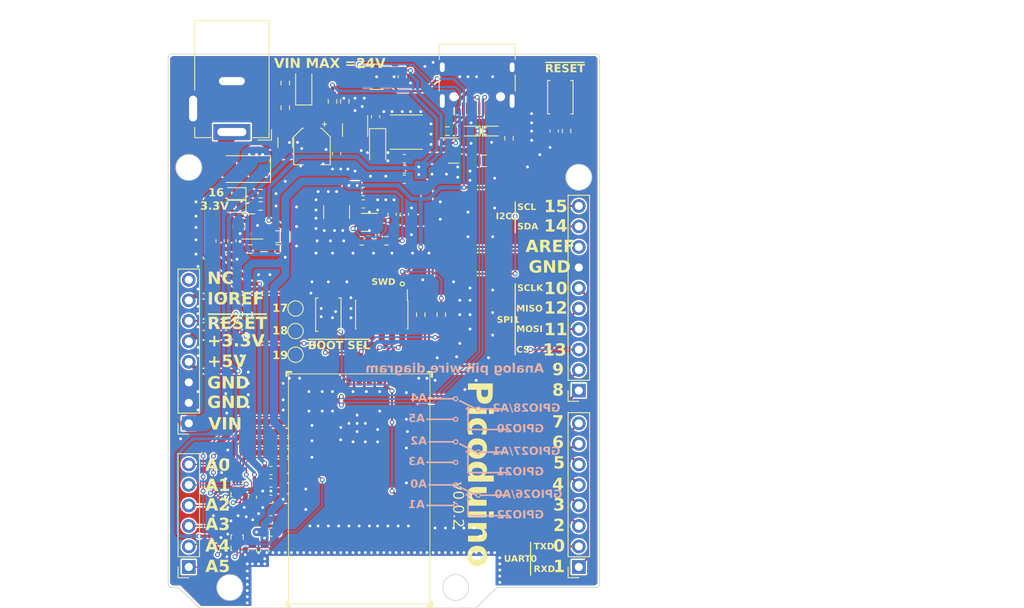
<source format=kicad_pcb>
(kicad_pcb (version 20221018) (generator pcbnew)
  (layers (0 "F.Cu" signal) (31 "B.Cu" signal) (34 "B.Paste" user) (35 "F.Paste" user) (36 "B.SilkS" user "B.Silkscreen") (37 "F.SilkS" user "F.Silkscreen") (38 "B.Mask" user) (39 "F.Mask" user) (44 "Edge.Cuts" user))
  (net 0 "")
  (net 1 "+1V2")
  (net 2 "+3V3")
  (net 3 "Net-(D3-K)")
  (net 4 "Net-(U3-BOOT)")
  (net 5 "+5V")
  (net 6 "ADC_REF")
  (net 7 "Net-(U1-ADC_REF)")
  (net 8 "Net-(D1-A)")
  (net 9 "Net-(D2-K)")
  (net 10 "Net-(D5-K)")
  (net 11 "VBUS")
  (net 15 "/~{RESET}")
  (net 16 "/NC")
  (net 17 "/IO0")
  (net 18 "/IO1")
  (net 19 "/IO2")
  (net 20 "/IO3")
  (net 21 "/IO4")
  (net 22 "/IO5")
  (net 23 "/IO6")
  (net 24 "/IO7")
  (net 25 "/IO8")
  (net 26 "/IO9")
  (net 27 "/CS")
  (net 28 "/MOSI")
  (net 29 "/MISO")
  (net 30 "/SCLK")
  (net 31 "/SDA")
  (net 32 "/SCL")
  (net 33 "/ADC0")
  (net 34 "/ADC1")
  (net 35 "/ADC2")
  (net 36 "/ADC3")
  (net 37 "/ADC4")
  (net 38 "/ADC5")
  (net 39 "Net-(U2-LX)")
  (net 40 "Net-(Q1-G)")
  (net 41 "Net-(U5-K)")
  (net 42 "Net-(U3-FB)")
  (net 43 "Net-(U2-FB)")
  (net 44 "Net-(U1-GPIO17)")
  (net 45 "Net-(U1-GPIO18)")
  (net 46 "/A1_SW")
  (net 47 "/A0")
  (net 48 "/A1")
  (net 51 "GND")
  (net 52 "Net-(U1-VCC_RF)")
  (net 53 "Net-(D4-K)")
  (net 54 "Net-(D4-A)")
  (net 55 "Net-(U1-BOOTSEL)")
  (net 56 "/A0_SW")
  (net 57 "/A2")
  (net 58 "Net-(J2-SWDIO{slash}TMS)")
  (net 59 "Net-(J2-SWCLK{slash}TCK)")
  (net 60 "unconnected-(U7-NO1-Pad2)")
  (net 64 "/A2_SW")
  (net 65 "Net-(U1-GPIO19)")
  (net 66 "/USB_N")
  (net 67 "/USB_P")
  (net 68 "/AREF")
  (net 69 "/PWR_IN")
  (net 70 "Net-(F2-Pad1)")
  (net 71 "Net-(J3-CC1)")
  (net 73 "Net-(J3-CC2)")
  (footprint "Package_DFN_QFN:UQFN-10_1.4x1.8mm_P0.4mm" (layer "F.Cu") (at 135.776158 130.856719 180)
    (fp_text reference "U7" hide)
    (fp_text value "RS2118YUTQK10")
  )
  (footprint "Capacitor_SMD:C_0603_1608Metric" (layer "F.Cu") (at 139.192 131.826 90)
    (fp_text reference "C20" hide)
    (fp_text value "47uF")
  )
  (footprint "Diode_SMD:D_SOD-123F" (layer "F.Cu") (at 153.162 81.788 -90)
    (fp_text reference "D3" hide)
    (fp_text value "B230A")
  )
  (footprint "Diode_SMD:D_SMA" (layer "F.Cu") (at 136.398 84.582 180)
    (fp_text reference "D1" hide)
    (fp_text value "30V")
  )
  (footprint "TestPoint:TestPoint_Pad_D1.5mm" (layer "F.Cu") (at 143.002 101.854 90)
    (fp_text reference "TP1" hide)
    (fp_text value "TestPoint")
  )
  (footprint "Capacitor_SMD:C_0603_1608Metric" (layer "F.Cu") (at 139.954 125.476)
    (fp_text reference "C15" hide)
    (fp_text value "0.1uF")
  )
  (footprint "Capacitor_SMD:C_0603_1608Metric" (layer "F.Cu") (at 156.464 85.852)
    (fp_text reference "C5" hide)
    (fp_text value "4.7uF")
  )
  (footprint "Package_TO_SOT_SMD:SOT-23" (layer "F.Cu") (at 162.56 82.296)
    (fp_text reference "Q1" hide)
    (fp_text value "FDN340P")
  )
  (footprint "Inductor_SMD:L_Abracon_ASPI-3012S" (layer "F.Cu") (at 148.082 89.916 90)
    (fp_text reference "L2" hide)
    (fp_text value "1.5uH")
  )
  (footprint "Capacitor_SMD:C_0603_1608Metric" (layer "F.Cu") (at 152.908 78.105 90)
    (fp_text reference "C3" hide)
    (fp_text value "10nF")
  )
  (footprint "Diode_SMD:D_SOD-523" (layer "F.Cu") (at 167.386 79.883)
    (fp_text reference "D6" hide)
    (fp_text value "ESD5Zxx")
  )
  (footprint "Capacitor_SMD:C_0603_1608Metric" (layer "F.Cu") (at 139.954 123.444)
    (fp_text reference "C14" hide)
    (fp_text value "0.1uF")
  )
  (footprint "Connector_PinHeader_1.27mm:PinHeader_2x05_P1.27mm_Vertical_SMD" (layer "F.Cu") (at 153.67 102.616 -90)
    (fp_text reference "J2" hide)
    (fp_text value "Conn_ARM_JTAG_SWD_10")
  )
  (footprint "Package_DFN_QFN:UQFN-10_1.4x1.8mm_P0.4mm" (layer "F.Cu") (at 135.782 124.1995 180)
    (fp_text reference "U6" hide)
    (fp_text value "RS2118YUTQK10")
  )
  (footprint "Connector_USB:USB_C_Receptacle_HRO_TYPE-C-31-M-12" (layer "F.Cu") (at 165.481 73.025 180)
    (fp_text reference "J3" hide)
    (fp_text value "USB_C_Receptacle_USB2.0")
  )
  (footprint "Capacitor_SMD:C_0603_1608Metric" (layer "F.Cu") (at 148.082 82.677 -90)
    (fp_text reference "C2" hide)
    (fp_text value "0.1uF")
  )
  (footprint "Capacitor_SMD:C_0603_1608Metric" (layer "F.Cu") (at 151.384 88.9 180)
    (fp_text reference "C9" hide)
    (fp_text value "47uF")
  )
  (footprint "Resistor_SMD:R_0603_1608Metric" (layer "F.Cu") (at 140.797257 94.485398)
    (fp_text reference "R11" hide)
    (fp_text value "DNI")
  )
  (footprint "Connector_PinSocket_2.54mm:PinSocket_1x08_P2.54mm_Vertical" (layer "F.Cu") (at 178.054 133.858 180)
    (fp_text reference "J7" hide)
    (fp_text value "Conn_01x08")
  )
  (footprint "Capacitor_SMD:C_0603_1608Metric" (layer "F.Cu") (at 156.464 90.17 -90)
    (fp_text reference "C8" hide)
    (fp_text value "0.1uF")
  )
  (footprint "Resistor_SMD:R_0603_1608Metric" (layer "F.Cu") (at 151.193 93.472)
    (fp_text reference "R8" hide)
    (fp_text value "20K 1%")
  )
  (footprint "Connector_PinSocket_2.54mm:PinSocket_1x08_P2.54mm_Vertical" (layer "F.Cu") (at 129.794 116.078 180)
    (fp_text reference "J4" hide)
    (fp_text value "Conn_01x08")
  )
  (footprint "Diode_SMD:D_SOD-523" (layer "F.Cu") (at 164.592 79.883 180)
    (fp_text reference "D7" hide)
    (fp_text value "ESD5Zxx")
  )
  (footprint "LED_SMD:LED_0603_1608Metric" (layer "F.Cu") (at 135.384 89.1975 180)
    (fp_text reference "D2" hide)
    (fp_text value "LED")
  )
  (footprint "Resistor_SMD:R_0603_1608Metric" (layer "F.Cu") (at 176.53 79.883 -90)
    (fp_text reference "R12" hide)
    (fp_text value "10K")
  )
  (footprint "Resistor_SMD:R_0603_1608Metric" (layer "F.Cu") (at 169.418 80.772 90)
    (fp_text reference "R16" hide)
    (fp_text value "5.1K")
  )
  (footprint "Capacitor_SMD:C_0603_1608Metric" (layer "F.Cu") (at 156.464 83.312)
    (fp_text reference "C6" hide)
    (fp_text value "0.1uF")
  )
  (footprint "Inductor_SMD:L_Abracon_ASPI-4030S" (layer "F.Cu") (at 156.718 80.01)
    (fp_text reference "L1" hide)
    (fp_text value "6.8uH")
  )
  (footprint "Capacitor_SMD:C_0603_1608Metric" (layer "F.Cu") (at 151.384 87.376 180)
    (fp_text reference "C10" hide)
    (fp_text value "0.1uF")
  )
  (footprint "LED_SMD:LED_0603_1608Metric" (layer "F.Cu") (at 135.382 87.63 180)
    (fp_text reference "D4" hide)
    (fp_text value "LED")
  )
  (footprint "Connector_PinSocket_2.54mm:PinSocket_1x10_P2.54mm_Vertical" (layer "F.Cu") (at 178.054 112.014 180)
    (fp_text reference "J8" hide)
    (fp_text value "Conn_01x10")
  )
  (footprint "Package_TO_SOT_SMD:TSOT-23-5" (layer "F.Cu") (at 153.0405 73.152)
    (fp_text reference "U4" hide)
    (fp_text value "AD8603")
  )
  (footprint "Capacitor_SMD:C_0603_1608Metric" (layer "F.Cu") (at 135.128 93.472 -90)
    (fp_text reference "C12" hide)
    (fp_text value "47uF")
  )
  (footprint "Button_Switch_SMD:SW_Push_SPST_NO_Alps_SKRK" (layer "F.Cu") (at 175.768 75.692 90)
    (fp_text reference "SW1" hide)
    (fp_text value "~")
  )
  (footprint "Resistor_SMD:R_0603_1608Metric" (layer "F.Cu") (at 141.732 76.984 -90)
    (fp_text reference "R6" hide)
    (fp_text value "100K")
  )
  (footprint "Resistor_SMD:R_0603_1608Metric" (layer "F.Cu") (at 161.798 79.883)
    (fp_text reference "R15" hide)
    (fp_text value "5.1K")
  )
  (footprint "Capacitor_SMD:C_0603_1608Metric" (layer "F.Cu") (at 139.954 128.016)
    (fp_text reference "C16" hide)
    (fp_text value "0.1uF")
  )
  (footprint "Resistor_SMD:R_0603_1608Metric" (layer "F.Cu") (at 154.241 93.472)
    (fp_text reference "R9" hide)
    (fp_text value "90K 1%")
  )
  (footprint "Diode_SMD:D_SOD-123F" (layer "F.Cu") (at 144.018 74.444 90)
    (fp_text reference "D5" hide)
    (fp_text value "4.5V")
  )
  (footprint "Resistor_SMD:R_0603_1608Metric" (layer "F.Cu") (at 141.732 73.936 -90)
    (fp_text reference "R7" hide)
    (fp_text value "100K")
  )
  (footprint "Resistor_SMD:R_0603_1608Metric" (layer "F.Cu") (at 161.036 102.616 90)
    (fp_text reference "R13" hide)
    (fp_text value "4.7K")
  )
  (footprint "Resistor_SMD:R_0603_1608Metric" (layer "F.Cu") (at 147.574 76.2 90)
    (fp_text reference "R3" hide)
    (fp_text value "62K 1%")
  )
  (footprint "Fuse:Fuse_1206_3216Metric" (layer "F.Cu") (at 141.732 81.302 90)
    (fp_text reference "F1" hide)
    (fp_text value "1A")
  )
  (footprint "Button_Switch_SMD:SW_Push_SPST_NO_Alps_SKRK" (layer "F.Cu") (at 147.066 102.616 90)
    (fp_text reference "SW2" hide)
    (fp_text value "~")
  )
  (footprint "Inductor_SMD:L_0603_1608Metric" (layer "F.Cu") (at 139.954 121.92)
    (fp_text reference "FB1" hide)
    (fp_text value "FerriteBead")
  )
  (footprint "Inductor_SMD:L_0603_1608Metric" (layer "F.Cu") (at 139.954 129.54)
    (fp_text reference "FB3" hide)
    (fp_text value "FerriteBead")
  )
  (footprint "Package_DFN_QFN:DFN-8-1EP_2x2mm_P0.5mm_EP0.6x1.2mm" (layer "F.Cu") (at 152.146 91.186 180)
    (fp_text reference "U2" hide)
    (fp_text value "RT5797ALGQW")
  )
  (footprint "Resistor_SMD:R_0603_1608Metric" (layer "F.Cu") (at 138.684 89.154 180)
    (fp_text reference "R10" hide)
    (fp_text value "1K")
  )
  (footprint "Package_TO_SOT_SMD:SOT-23-3" (layer "F.Cu") (at 137.16 91.694 180)
    (fp_text reference "U5" hide)
    (fp_text value "LM4040DBZ-3.0")
  )
  (footprint "Capacitor_SMD:C_0603_1608Metric" (layer "F.Cu") (at 156.21 73.152 90)
    (fp_text reference "C11" hide)
    (fp_text value "0.1uF")
  )
  (footprint "kiCadPcbLib:PICO_M" (layer "F.Cu") (at 158.776 129.206 180)
    (fp_text reference "U1" hide)
    (fp_text value "PICO_M")
  )
  (footprint "Capacitor_SMD:C_0603_1608Metric" (layer "F.Cu") (at 175.006 79.883 90)
    (fp_text reference "C19" hide)
    (fp_text value "0.1uF")
  )
  (footprint "Resistor_SMD:R_0805_2012Metric" (layer "F.Cu") (at 140.779 92.964)
    (fp_text reference "R1" hide)
    (fp_text value "0R")
  )
  (footprint "Resistor_SMD:R_0603_1608Metric" (layer "F.Cu") (at 138.684 87.63 180)
    (fp_text reference "R14" hide)
    (fp_text value "1K")
  )
  (footprint "TestPoint:TestPoint_Pad_D1.5mm" (layer "F.Cu") (at 143.002 104.648 90)
    (fp_text reference "TP3" hide)
    (fp_text value "TestPoint")
  )
  (footprint "Capacitor_SMD:C_0603_1608Metric" (layer "F.Cu") (at 137.668 125.222 90)
    (fp_text reference "C18" hide)
    (fp_text value "0.1uF")
  )
  (footprint "Resistor_SMD:R_0603_1608Metric" (layer "F.Cu") (at 158.496 102.616 90)
    (fp_text reference "R5" hide)
    (fp_text value "4.7K")
  )
  (footprint "Connector_PinSocket_2.54mm:PinSocket_1x06_P2.54mm_Vertical" (layer "F.Cu") (at 129.794 133.858 180)
    (fp_text reference "J9" hide)
    (fp_text value "Conn_01x06")
  )
  (footprint "Resistor_SMD:R_0603_1608Metric" (layer "F.Cu") (at 137.414 94.488)
    (fp_text reference "R2" hide)
    (fp_text value "0R")
  )
  (footprint "TestPoint:TestPoint_Pad_D1.5mm" (layer "F.Cu") (at 143.002 107.569 90)
    (fp_text reference "TP2" hide)
    (fp_text value "TestPoint")
  )
  (footprint "Capacitor_SMD:CP_Elec_4x3" (layer "F.Cu") (at 145.034 81.788 -90)
    (fp_text reference "C1" hide)
    (fp_text value "47uF")
  )
  (footprint "Capacitor_SMD:C_0603_1608Metric" (layer "F.Cu") (at 154.94 90.17 -90)
    (fp_text reference "C7" hide)
    (fp_text value "47uF")
  )
  (footprint "Fuse:Fuse_0805_2012Metric" (layer "F.Cu") (at 166.37 83.566 180)
    (fp_text reference "F2" hide)
    (fp_text value "1A")
  )
  (footprint "Capacitor_SMD:C_0603_1608Metric" (layer "F.Cu") (at 137.668 131.826 90)
    (fp_text reference "C17" hide)
    (fp_text value "0.1uF")
  )
  (footprint "Capacitor_SMD:C_0603_1608Metric" (layer "F.Cu") (at 133.667 93.472 -90)
    (fp_text reference "C13" hide)
    (fp_text value "0.1uF")
  )
  (footprint "Package_TO_SOT_SMD:SOT-23-6" (layer "F.Cu") (at 150.368 79.756 -90)
    (fp_text reference "U3" hide)
    (fp_text value "RT8259GE")
  )
  (footprint "Resistor_SMD:R_0603_1608Metric" (layer "F.Cu") (at 149.098 76.2 -90)
    (fp_text reference "R4" hide)
    (fp_text value "12K 1%")
  )
  (footprint "Capacitor_SMD:C_0603_1608Metric" (layer "F.Cu") (at 156.464 84.582)
    (fp_text reference "C4" hide)
    (fp_text value "22uF")
  )
  (footprint "Connector_BarrelJack:BarrelJack_GCT_DCJ200-10-A_Horizontal" (layer "F.Cu") (at 135.128 80 180)
    (fp_text reference "J5" hide)
    (fp_text value "Barrel_Jack_Switch_Pin3Ring")
  )
  (gr_circle (center 162.814 120.904) (end 162.814 121.158) (stroke (width 0.15)) (fill none) (layer "B.SilkS"))
  (gr_line (start 164.338 122.174) (end 164.338 119.634) (stroke (width 0.2032)) (layer "B.SilkS"))
  (gr_line (start 165.862 124.968) (end 169.164 124.968) (stroke (width 0.2032)) (layer "B.SilkS"))
  (gr_line (start 165.354 119.634) (end 163.322 118.618) (stroke (width 0.2032)) (layer "B.SilkS"))
  (gr_line (start 164.338 127.508) (end 169.164 127.508) (stroke (width 0.2032)) (layer "B.SilkS"))
  (gr_line (start 162.56 113.03) (end 159.512 113.03) (stroke (width 0.2032)) (layer "B.SilkS"))
  (gr_line (start 162.56 126.238) (end 159.258 126.238) (stroke (width 0.2032)) (layer "B.SilkS"))
  (gr_line (start 164.338 127.508) (end 164.338 124.968) (stroke (width 0.2032)) (layer "B.SilkS"))
  (gr_circle (center 165.608 114.3) (end 165.608 114.554) (stroke (width 0.15)) (fill none) (layer "B.SilkS"))
  (gr_circle (center 165.608 124.968) (end 165.608 125.222) (stroke (width 0.15)) (fill none) (layer "B.SilkS"))
  (gr_line (start 162.56 120.904) (end 159.258 120.904) (stroke (width 0.2032)) (layer "B.SilkS"))
  (gr_circle (center 162.814 113.03) (end 163.068 113.03) (stroke (width 0.15)) (fill none) (layer "B.SilkS"))
  (gr_circle (center 162.814 123.698) (end 163.068 123.698) (stroke (width 0.15)) (fill none) (layer "B.SilkS"))
  (gr_line (start 165.354 114.3) (end 163.322 113.284) (stroke (width 0.2032)) (layer "B.SilkS"))
  (gr_line (start 165.354 124.968) (end 163.322 123.952) (stroke (width 0.2032)) (layer "B.SilkS"))
  (gr_circle (center 162.814 115.57) (end 162.814 115.824) (stroke (width 0.15)) (fill none) (layer "B.SilkS"))
  (gr_line (start 162.56 123.698) (end 159.512 123.698) (stroke (width 0.2032)) (layer "B.SilkS"))
  (gr_line (start 165.862 114.3) (end 169.164 114.3) (stroke (width 0.2032)) (layer "B.SilkS"))
  (gr_line (start 164.084 119.634) (end 164.338 119.38) (stroke (width 0.127)) (layer "B.SilkS"))
  (gr_line (start 164.592 124.968) (end 164.084 124.968) (stroke (width 0.127)) (layer "B.SilkS"))
  (gr_line (start 162.56 115.57) (end 159.258 115.57) (stroke (width 0.2032)) (layer "B.SilkS"))
  (gr_line (start 164.338 119.38) (end 164.592 119.634) (stroke (width 0.127)) (layer "B.SilkS"))
  (gr_line (start 162.56 118.364) (end 159.512 118.364) (stroke (width 0.2032)) (layer "B.SilkS"))
  (gr_line (start 164.338 114.046) (end 164.592 114.3) (stroke (width 0.127)) (layer "B.SilkS"))
  (gr_line (start 164.592 119.634) (end 164.084 119.634) (stroke (width 0.127)) (layer "B.SilkS"))
  (gr_line (start 164.338 124.714) (end 164.592 124.968) (stroke (width 0.127)) (layer "B.SilkS"))
  (gr_line (start 164.338 122.174) (end 169.164 122.174) (stroke (width 0.2032)) (layer "B.SilkS"))
  (gr_line (start 165.862 119.634) (end 169.164 119.634) (stroke (width 0.2032)) (layer "B.SilkS"))
  (gr_line (start 164.084 124.968) (end 164.338 124.714) (stroke (width 0.127)) (layer "B.SilkS"))
  (gr_circle (center 165.608 119.634) (end 165.608 119.888) (stroke (width 0.15)) (fill none) (layer "B.SilkS"))
  (gr_line (start 164.592 114.3) (end 164.084 114.3) (stroke (width 0.127)) (layer "B.SilkS"))
  (gr_line (start 164.338 116.84) (end 164.338 114.3) (stroke (width 0.2032)) (layer "B.SilkS"))
  (gr_circle (center 162.814 126.238) (end 162.814 126.492) (stroke (width 0.15)) (fill none) (layer "B.SilkS"))
  (gr_line (start 164.084 114.3) (end 164.338 114.046) (stroke (width 0.127)) (layer "B.SilkS"))
  (gr_line (start 164.338 116.84) (end 169.164 116.84) (stroke (width 0.2032)) (layer "B.SilkS"))
  (gr_circle (center 162.814 118.364) (end 163.068 118.364) (stroke (width 0.15)) (fill none) (layer "B.SilkS"))
  (gr_line (start 172.085 130.81) (end 172.085 134.874) (stroke (width 0.15)) (layer "F.SilkS"))
  (gr_line (start 170.18 98.806) (end 170.18 107.569) (stroke (width 0.15)) (layer "F.SilkS"))
  (gr_circle (center 156.21 98.806) (end 156.21 99.06) (stroke (width 0.15)) (fill none) (layer "F.SilkS"))
  (gr_line (start 170.18 88.646) (end 170.18 92.456) (stroke (width 0.15)) (layer "F.SilkS"))
  (gr_circle locked (center 129.794 84.382) (end 131.394 84.382) (stroke (width 0.1)) (fill none) (layer "Edge.Cuts"))
  (gr_line (start 180.34 136.398) (end 177.292 136.398) (stroke (width 0.1)) (layer "Edge.Cuts"))
  (gr_line (start 177.292 136.398) (end 167.894 136.398) (stroke (width 0.1)) (layer "Edge.Cuts"))
  (gr_line (start 165.354 138.938) (end 163.576 138.938) (stroke (width 0.1)) (layer "Edge.Cuts"))
  (gr_line (start 180.34 70.358) (end 180.594 70.612) (stroke (width 0.1)) (layer "Edge.Cuts"))
  (gr_line (start 127.508 70.358) (end 127.254 70.612) (stroke (width 0.1)) (layer "Edge.Cuts"))
  (gr_circle locked (center 178.054 85.598) (end 179.654 85.598) (stroke (width 0.1)) (fill none) (layer "Edge.Cuts"))
  (gr_line (start 180.594 136.144) (end 180.34 136.398) (stroke (width 0.1)) (layer "Edge.Cuts"))
  (gr_line (start 127.254 136.144) (end 127.508 136.398) (stroke (width 0.1)) (layer "Edge.Cuts"))
  (gr_line (start 180.594 70.612) (end 180.594 134.874) (stroke (width 0.1)) (layer "Edge.Cuts"))
  (gr_line (start 163.576 138.938) (end 131.064 138.938) (stroke (width 0.1)) (layer "Edge.Cuts"))
  (gr_line (start 128.524 136.398) (end 127.508 136.398) (stroke (width 0.1)) (layer "Edge.Cuts"))
  (gr_circle locked (center 134.874 136.398) (end 136.474 136.398) (stroke (width 0.1)) (fill none) (layer "Edge.Cuts"))
  (gr_line (start 127.254 136.144) (end 127.254 70.612) (stroke (width 0.1)) (layer "Edge.Cuts"))
  (gr_line (start 127.508 70.358) (end 180.34 70.358) (stroke (width 0.1)) (layer "Edge.Cuts"))
  (gr_line (start 167.894 136.398) (end 165.354 138.938) (stroke (width 0.1)) (layer "Edge.Cuts"))
  (gr_circle locked (center 162.814 136.398) (end 164.414 136.398) (stroke (width 0.1)) (fill none) (layer "Edge.Cuts"))
  (gr_line (start 131.064 138.938) (end 128.524 136.398) (stroke (width 0.1)) (layer "Edge.Cuts"))
  (gr_line (start 180.594 134.874) (end 180.594 136.144) (stroke (width 0.1)) (layer "Edge.Cuts"))
  (gr_text "GPIO27/A1\n" (at 175.768 120.142) (layer "B.SilkS") (effects (font (size 1 1) (thickness 0.25) bold) (justify left bottom mirror)))
  (gr_text "A4\n" (at 159.258 113.538) (layer "B.SilkS") (effects (font (size 1 1) (thickness 0.25) bold) (justify left bottom mirror)))
  (gr_text "GPIO26/A0" (at 176.022 125.476) (layer "B.SilkS") (effects (font (size 1 1) (thickness 0.25) bold) (justify left bottom mirror)))
  (gr_text "Analog pin wire diagram" (at 173.736 109.982) (layer "B.SilkS") (effects (font (size 1.143 1.143) (thickness 0.2) bold) (justify left bottom mirror)))
  (gr_text "A3\n" (at 159.004 121.412) (layer "B.SilkS") (effects (font (size 1 1) (thickness 0.25) bold) (justify left bottom mirror)))
  (gr_text "GPIO20\n" (at 173.736 117.348) (layer "B.SilkS") (effects (font (size 1 1) (thickness 0.25) bold) (justify left bottom mirror)))
  (gr_text "A1" (at 159.004 126.746) (layer "B.SilkS") (effects (font (size 1 1) (thickness 0.25) bold) (justify left bottom mirror)))
  (gr_text "GPIO21" (at 173.736 122.682) (layer "B.SilkS") (effects (font (size 1 1) (thickness 0.25) bold) (justify left bottom mirror)))
  (gr_text "A5" (at 159.004 116.078) (layer "B.SilkS") (effects (font (size 1 1) (thickness 0.25) bold) (justify left bottom mirror)))
  (gr_text "GPIO28/A2\n" (at 175.768 114.808) (layer "B.SilkS") (effects (font (size 1 1) (thickness 0.25) bold) (justify left bottom mirror)))
  (gr_text "A2\n" (at 159.258 118.872) (layer "B.SilkS") (effects (font (size 1 1) (thickness 0.25) bold) (justify left bottom mirror)))
  (gr_text "A0" (at 159.258 124.206) (layer "B.SilkS") (effects (font (size 1 1) (thickness 0.25) bold) (justify left bottom mirror)))
  (gr_text "GPIO22" (at 173.736 128.016) (layer "B.SilkS") (effects (font (size 1 1) (thickness 0.25) bold) (justify left bottom mirror)))
  (gr_text "SCLK\n" (at 170.434 99.822) (layer "F.SilkS") (effects (font (size 0.8 0.8) (thickness 0.15875) bold) (justify left bottom)))
  (gr_text "GND\n" (at 132.08 112.014) (layer "F.SilkS") (effects (font (size 1.5 1.5) (thickness 0.2) bold) (justify left bottom)))
  (gr_text "~{RESET}" (at 132.08 104.648) (layer "F.SilkS") (effects (font (size 1.5 1.5) (thickness 0.2) bold) (justify left bottom)))
  (gr_text "16" (at 132.207 88.138) (layer "F.SilkS") (effects (font (size 1 1) (thickness 0.2) bold) (justify left bottom)))
  (gr_text "MISO\n" (at 170.307 102.362) (layer "F.SilkS") (effects (font (size 0.8 0.8) (thickness 0.15875) bold) (justify left bottom)))
  (gr_text "TXD\n" (at 172.466 131.826) (layer "F.SilkS") (effects (font (size 0.8 0.8) (thickness 0.15875) bold) (justify left bottom)))
  (gr_text "~{RESET}" (at 173.863 72.771) (layer "F.SilkS") (effects (font (size 1 1) (thickness 0.15875) bold) (justify left bottom)))
  (gr_text "18" (at 141.097 104.648) (layer "F.SilkS") (effects (font (size 1 1) (thickness 0.127) bold)))
  (gr_text "12" (at 173.736 102.743) (layer "F.SilkS") (effects (font (size 1.5 1.5) (thickness 0.3) bold) (justify left bottom)))
  (gr_text "15\n" (at 173.736 90.17) (layer "F.SilkS") (effects (font (size 1.5 1.5) (thickness 0.2) bold) (justify left bottom)))
  (gr_text "VIN MAX =24V\n" (at 140.335 72.263) (layer "F.SilkS") (effects (font (size 1.2 1.2) (thickness 0.2) bold) (justify left bottom)))
  (gr_text "v0.0.2\n" (at 162.306 123.317 270) (layer "F.SilkS") (effects (font (size 1.3 1.3)) (justify left bottom)))
  (gr_text "SDA\n" (at 170.434 92.202) (layer "F.SilkS") (effects (font (size 0.8 0.8) (thickness 0.15875) bold) (justify left bottom)))
  (gr_text "RXD\n" (at 172.466 134.62) (layer "F.SilkS") (effects (font (size 0.8 0.8) (thickness 0.15875) bold) (justify left bottom)))
  (gr_text "5" (at 174.879 121.92) (layer "F.SilkS") (effects (font (size 1.5 1.5) (thickness 0.3) bold) (justify left bottom)))
  (gr_text "A5\n" (at 131.826 134.747) (layer "F.SilkS") (effects (font (size 1.5 1.5) (thickness 0.2) bold) (justify left bottom)))
  (gr_text "I2C1\n" (at 167.767 90.932) (layer "F.SilkS") (effects (font (size 0.8 0.8) (thickness 0.15875) bold) (justify left bottom)))
  (gr_text "4" (at 174.752 124.587) (layer "F.SilkS") (effects (font (size 1.5 1.5) (thickness 0.3) bold) (justify left bottom)))
  (gr_text "+5V\n" (at 132.08 109.347) (layer "F.SilkS") (effects (font (size 1.5 1.5) (thickness 0.2) bold) (justify left bottom)))
  (gr_text "13" (at 173.609 107.95) (layer "F.SilkS") (effects (font (size 1.5 1.5) (thickness 0.3) bold) (justify left bottom)))
  (gr_text "A1\n" (at 131.826 124.714) (layer "F.SilkS") (effects (font (size 1.5 1.5) (thickness 0.2) bold) (justify left bottom)))
  (gr_text "6" (at 174.752 119.38) (layer "F.SilkS") (effects (font (size 1.5 1.5) (thickness 0.3) bold) (justify left bottom)))
  (gr_text "MOSI\n" (at 170.307 104.902) (layer "F.SilkS") (effects (font (size 0.8 0.8) (thickness 0.15875) bold) (justify left bottom)))
  (gr_text "0\n" (at 174.879 132.207) (layer "F.SilkS") (effects (font (size 1.5 1.5) (thickness 0.3) bold) (justify left bottom)))
  (gr_text "GND\n" (at 132.08 114.427) (layer "F.SilkS") (effects (font (size 1.5 1.5) (thickness 0.2) bold) (justify left bottom)))
  (gr_text "A3\n" (at 131.826 129.54) (layer "F.SilkS") (effects (font (size 1.5 1.5) (thickness 0.2) bold) (justify left bottom)))
  (gr_text "SWD\n" (at 152.4 99.06) (layer "F.SilkS") (effects (font (size 0.8 0.8) (thickness 0.15875) bold) (justify left bottom)))
  (gr_text "~{BOOT SEL}" (at 144.526 107.061) (layer "F.SilkS") (effects (font (size 1 1) (thickness 0.15875) bold) (justify left bottom)))
  (gr_text "GND\n" (at 171.831 97.663) (layer "F.SilkS") (effects (font (size 1.5 1.5) (thickness 0.2) bold) (justify left bottom)))
  (gr_text "SPI1\n" (at 167.894 103.759) (layer "F.SilkS") (effects (font (size 0.8 0.8) (thickness 0.15875) bold) (justify left bottom)))
  (gr_text "2" (at 174.879 129.667) (layer "F.SilkS") (effects (font (size 1.5 1.5) (thickness 0.3) bold) (justify left bottom)))
  (gr_text "17\n" (at 141.097 101.854) (layer "F.SilkS") (effects (font (size 1 1) (thickness 0.16) bold)))
  (gr_text "AREF\n" (at 171.45 95.123) (layer "F.SilkS") (effects (font (size 1.5 1.5) (thickness 0.2) bold) (justify left bottom)))
  (gr_text "CS\n" (at 170.307 107.442) (layer "F.SilkS") (effects (font (size 0.8 0.8) (thickness 0.15875) bold) (justify left bottom)))
  (gr_text "19" (at 141.097 107.696) (layer "F.SilkS") (effects (font (size 1 1) (thickness 0.16) bold)))
  (gr_text "11" (at 173.736 105.41) (layer "F.SilkS") (effects (font (size 1.5 1.5) (thickness 0.3) bold) (justify left bottom)))
  (gr_text "3.3V\n" (at 131.191 89.789) (layer "F.SilkS") (effects (font (size 1 1) (thickness 0.2) bold) (justify left bottom)))
  (gr_text "1" (at 174.879 134.747) (layer "F.SilkS") (effects (font (size 1.5 1.5) (thickness 0.3) bold) (justify left bottom)))
  (gr_text "Picoduino" (at 163.83 110.744 270) (layer "F.SilkS") (effects (font (size 3 3) (thickness 0.2) bold italic) (justify left bottom)))
  (gr_text "NC\n" (at 132.08 99.06) (layer "F.SilkS") (effects (font (size 1.5 1.5) (thickness 0.2) bold) (justify left bottom)))
  (gr_text "+3.3V\n" (at 132.08 106.807) (layer "F.SilkS") (effects (font (size 1.5 1.5) (thickness 0.2) bold) (justify left bottom)))
  (gr_text "3" (at 174.879 127.127) (layer "F.SilkS") (effects (font (size 1.5 1.5) (thickness 0.3) bold) (justify left bottom)))
  (gr_text "VIN\n" (at 132.207 117.094) (layer "F.SilkS") (effects (font (size 1.5 1.5) (thickness 0.2) bold) (justify left bottom)))
  (gr_text "A2\n" (at 131.826 127.127) (layer "F.SilkS") (effects (font (size 1.5 1.5) (thickness 0.2) bold) (justify left bottom)))
  (gr_text "8" (at 174.752 112.903) (layer "F.SilkS") (effects (font (size 1.5 1.5) (thickness 0.3) bold) (justify left bottom)))
  (gr_text "A0\n\n" (at 131.826 124.714) (layer "F.SilkS") (effects (font (size 1.5 1.5) (thickness 0.2) bold) (justify left bottom)))
  (gr_text "14" (at 173.736 92.583) (layer "F.SilkS") (effects (font (size 1.5 1.5) (thickness 0.2) bold) (justify left bottom)))
  (gr_text "7" (at 174.752 116.84) (layer "F.SilkS") (effects (font (size 1.5 1.5) (thickness 0.3) bold) (justify left bottom)))
  (gr_text "A4\n" (at 131.826 132.207) (layer "F.SilkS") (effects (font (size 1.5 1.5) (thickness 0.2) bold) (justify left bottom)))
  (gr_text "9" (at 174.752 110.363) (layer "F.SilkS") (effects (font (size 1.5 1.5) (thickness 0.3) bold) (justify left bottom)))
  (gr_text "IOREF\n" (at 132.08 101.6) (layer "F.SilkS") (effects (font (size 1.5 1.5) (thickness 0.2) bold) (justify left bottom)))
  (gr_text "10\n" (at 173.736 100.33) (layer "F.SilkS") (effects (font (size 1.5 1.5) (thickness 0.3) bold) (justify left bottom)))
  (gr_text "SCL" (at 170.434 89.789) (layer "F.SilkS") (effects (font (size 0.8 0.8) (thickness 0.15875) bold) (justify left bottom)))
  (gr_text "UART0\n" (at 168.783 133.35) (layer "F.SilkS") (effects (font (size 0.8 0.8) (thickness 0.15875) bold) (justify left bottom)))
  (segment (start 145.12 79.902) (end 145.542 79.48) (width 1) (layer "F.Cu") (net 1))
  (segment (start 141.732 79.902) (end 141.732 77.809) (width 0.25) (layer "F.Cu") (net 1))
  (segment (start 145.542 79.48) (end 146.9555 80.8935) (width 0.4) (layer "F.Cu") (net 1))
  (segment (start 141.732 79.902) (end 145.12 79.902) (width 1) (layer "F.Cu") (net 1))
  (segment (start 160.528 73.406) (end 159.004 74.93) (width 0.3) (layer "F.Cu") (net 2))
  (segment (start 141.604 94.488) (end 141.604 95.376) (width 0.5) (layer "F.Cu") (net 2))
  (segment (start 158.496 95.586134) (end 158.496 94.234) (width 0.254) (layer "F.Cu") (net 2))
  (segment (start 171.196 86.868) (end 176.53 81.534) (width 0.3) (layer "F.Cu") (net 2))
  (segment (start 147.962 88.9) (end 147.828 88.766) (width 0.3) (layer "F.Cu") (net 2))
  (segment (start 150.609 88.9) (end 147.962 88.9) (width 0.3) (layer "F.Cu") (net 2))
  (segment (start 150.609 87.376) (end 150.609 88.9) (width 0.3) (layer "F.Cu") (net 2))
  (segment (start 150.622 86.614) (end 150.622 87.363) (width 0.3) (layer "F.Cu") (net 2))
  (segment (start 141.604 95.376) (end 141.732 95.504) (width 0.5) (layer "F.Cu") (net 2))
  (segment (start 155.066 93.472) (end 156.21 93.472) (width 0.3) (layer "F.Cu") (net 2))
  (segment (start 159.004 74.93) (end 155.702 74.93) (width 0.254) (layer "F.Cu") (net 2))
  (segment (start 136.779 90.297) (end 135.696 90.297) (width 0.5) (layer "F.Cu") (net 2))
  (segment (start 156.21 100.666) (end 156.21 97.282) (width 0.254) (layer "F.Cu") (net 2))
  (segment (start 139.192 131.051) (end 139.192 129.601562) (width 0.635) (layer "F.Cu") (net 2))
  (segment (start 158.496 99.568) (end 156.21 97.282) (width 0.254) (layer "F.Cu") (net 2))
  (segment (start 137.033 102.489) (end 134.874 100.33) (width 0.5) (layer "F.Cu") (net 2))
  (segment (start 130.556 105.156) (end 129.794 105.918) (width 1) (layer "F.Cu") (net 2))
  (segment (start 156.800134 97.282) (end 158.496 95.586134) (width 0.254) (layer "F.Cu") (net 2))
  (segment (start 154.874 74.102) (end 154.178 74.102) (width 0.254) (layer "F.Cu") (net 2))
  (segment (start 130.302 100.33) (end 129.794 100.838) (width 0.5) (layer "F.Cu") (net 2))
  (segment (start 134.874 105.156) (end 130.556 105.156) (width 1) (layer "F.Cu") (net 2))
  (segment (start 139.1665 130.2765) (end 139.1665 130.989438) (width 1) (layer "F.Cu") (net 2))
  (segment (start 139.1665 130.2765) (end 139.1665 129.54) (width 1) (layer "F.Cu") (net 2))
  (segment (start 156.21 97.282) (end 156.800134 97.282) (width 0.254) (layer "F.Cu") (net 2))
  (segment (start 158.496 101.791) (end 158.496 99.568) (width 0.254) (layer "F.Cu") (net 2))
  (segment (start 161.036 101.791) (end 161.036 100.584) (width 0.254) (layer "F.Cu") (net 2))
  (segment (start 135.696 90.297) (end 134.5965 89.1975) (width 0.5) (layer "F.Cu") (net 2))
  (segment (start 176.53 81.534) (end 176.53 80.073) (width 0.3) (layer "F.Cu") (net 2))
  (segment (start 134.874 100.33) (end 130.302 100.33) (width 0.5) (layer "F.Cu") (net 2))
  (segment (start 142.976 125.396) (end 140.809 125.396) (width 1) (layer "F.Cu") (net 2))
  (segment (start 137.033 102.616) (end 137.033 102.997) (width 1) (layer "F.Cu") (net 2))
  (segment (start 150.622 87.363) (end 150.609 87.376) (width 0.3) (layer "F.Cu") (net 2))
  (segment (start 137.033 102.997) (end 134.874 105.156) (width 1) (layer "F.Cu") (net 2))
  (segment (start 163.83 86.868) (end 171.196 86.868) (width 0.3) (layer "F.Cu") (net 2))
  (segment (start 139.1665 129.54) (end 138.176 129.54) (width 1) (layer "F.Cu") (net 2))
  (segment (start 155.702 74.93) (end 154.874 74.102) (width 0.254) (layer "F.Cu") (net 2))
  (segment (start 137.033 102.616) (end 137.033 102.489) (width 0.5) (layer "F.Cu") (net 2))
  (segment (start 140.809 125.396) (end 140.729 125.476) (width 1) (layer "F.Cu") (net 2))
  (via (at 141.478 125.476) (size 0.6) (drill 0.35) (layers "F.Cu" "B.Cu") (net 2))
  (via (at 137.033 102.616) (size 0.6) (drill 0.35) (layers "F.Cu" "B.Cu") (net 2))
  (via (at 156.21 97.282) (size 0.6) (drill 0.35) (layers "F.Cu" "B.Cu") (net 2))
  (via (at 163.83 86.868) (size 0.6) (drill 0.35) (layers "F.Cu" "B.Cu") (net 2))
  (via (at 150.622 86.614) (size 0.6) (drill 0.35) (layers "F.Cu" "B.Cu") (net 2))
  (via (at 149.606 86.614) (size 0.6) (drill 0.35) (layers "F.Cu" "B.Cu") (net 2))
  (via (at 160.528 73.406) (size 0.6) (drill 0.35) (layers "F.Cu" "B.Cu") (net 2))
  (via (at 138.176 129.54) (size 0.6) (drill 0.35) (layers "F.Cu" "B.Cu") (net 2))
  (via (at 158.496 94.234) (size 0.6) (drill 0.35) (layers "F.Cu" "B.Cu") (net 2))
  (via (at 161.036 100.584) (size 0.6) (drill 0.35) (layers "F.Cu" "B.Cu") (net 2))
  (via (at 141.732 95.504) (size 0.6) (drill 0.35) (layers "F.Cu" "B.Cu") (net 2))
  (via (at 139.1665 130.2765) (size 0.6) (drill 0.35) (layers "F.Cu" "B.Cu") (net 2))
  (via (at 136.779 90.297) (size 0.6) (drill 0.35) (layers "F.Cu" "B.Cu") (net 2))
  (via (at 156.21 93.472) (size 0.6) (drill 0.35) (layers "F.Cu" "B.Cu") (net 2))
  (arc (start 139.192 129.601562) (mid 139.185373 129.568245) (end 139.1665 129.54) (width 0.635) (layer "F.Cu") (net 2))
  (arc (start 139.1665 130.989438) (mid 139.173127 131.022755) (end 139.192 131.051) (width 1) (layer "F.Cu") (net 2))
  (segment (start 141.732 97.79) (end 140.335 99.187) (width 1) (layer "B.Cu") (net 2))
  (segment (start 150.368 86.614) (end 150.622 86.614) (width 0.5) (layer "B.Cu") (net 2))
  (segment (start 137.033 96.901) (end 137.668 96.266) (width 1) (layer "B.Cu") (net 2))
  (segment (start 141.732 88.138) (end 141.732 95.504) (width 1) (layer "B.Cu") (net 2))
  (segment (start 139.954 126.9365) (end 139.954 127.762) (width 1) (layer "B.Cu") (net 2))
  (segment (start 137.033 90.551) (end 137.033 94.488) (width 0.5) (layer "B.Cu") (net 2))
  (segment (start 160.02 97.282) (end 156.21 97.282) (width 0.254) (layer "B.Cu") (net 2))
  (segment (start 151.384 87.376) (end 155.448 87.376) (width 0.3) (layer "B.Cu") (net 2))
  (segment (start 139.954 127.762) (end 139.1665 128.5495) (width 1) (layer "B.Cu") (net 2))
  (segment (start 162.56 73.406) (end 160.528 73.406) (width 0.3) (layer "B.Cu") (net 2))
  (segment (start 141.732 95.504) (end 141.986 95.25) (width 0.5) (layer "B.Cu") (net 2))
  (segment (start 139.1665 129.413) (end 139.1665 130.2765) (width 1) (layer "B.Cu") (net 2))
  (segment (start 160.909 86.868) (end 163.83 86.868) (width 0.5) (layer "B.Cu") (net 2))
  (segment (start 155.702 86.614) (end 157.353 88.265) (width 0.5) (layer "B.Cu") (net 2))
  (segment (start 139.1665 128.5495) (end 139.1665 129.413) (width 1) (layer "B.Cu") (net 2))
  (segment (start 163.83 74.676) (end 162.56 73.406) (width 0.3) (layer "B.Cu") (net 2))
  (segment (start 140.335 115.951) (end 141.478 117.094) (width 1) (layer "B.Cu") (net 2))
  (segment (start 140.97 96.266) (end 141.732 95.504) (width 1) (layer "B.Cu") (net 2))
  (segment (start 141.478 117.094) (end 141.478 125.476) (width 1) (layer "B.Cu") (net 2))
  (segment (start 161.036 100.584) (end 161.036 98.298) (width 0.254) (layer "B.Cu") (net 2))
  (segment (start 150.622 86.614) (end 149.606 86.614) (width 1) (layer "B.Cu") (net 2))
  (segment (start 155.448 87.376) (end 156.21 88.138) (width 0.3) (layer "B.Cu") (net 2))
  (segment (start 150.622 86.614) (end 151.384 87.376) (width 0.3) (layer "B.Cu") (net 2))
  (segment (start 141.4145 125.476) (end 139.954 126.9365) (width 1) (layer "B.Cu") (net 2))
  (segment (start 139.0395 129.54) (end 139.1665 129.413) (width 1) (layer "B.Cu") (net 2))
  (segment (start 157.353 88.265) (end 158.496 88.265) (width 0.5) (layer "B.Cu") (net 2))
  (segment (start 138.176 129.54) (end 139.0395 129.54) (width 1) (layer "B.Cu") (net 2))
  (segment (start 163.83 86.868) (end 163.83 74.676) (width 0.3) (layer "B.Cu") (net 2))
  (segment (start 140.335 99.187) (end 140.335 115.951) (width 1) (layer "B.Cu") (net 2))
  (segment (start 156.21 88.138) (end 156.21 93.472) (width 0.3) (layer "B.Cu") (net 2))
  (segment (start 149.098 86.106) (end 143.764 86.106) (width 1) (layer "B.Cu") (net 2))
  (segment (start 150.622 86.614) (end 155.702 86.614) (width 0.5) (layer "B.Cu") (net 2))
  (segment (start 137.668 96.266) (end 140.97 96.266) (width 1) (layer "B.Cu") (net 2))
  (segment (start 161.036 98.298) (end 160.02 97.282) (width 0.254) (layer "B.Cu") (net 2))
  (segment (start 159.512 88.265) (end 160.909 86.868) (width 0.5) (layer "B.Cu") (net 2))
  (segment (start 137.033 94.488) (end 137.668 95.123) (width 0.5) (layer "B.Cu") (net 2))
  (segment (start 137.668 95.123) (end 141.351 95.123) (width 0.5) (layer "B.Cu") (net 2))
  (segment (start 143.764 86.106) (end 141.732 88.138) (width 1) (layer "B.Cu") (net 2))
  (segment (start 141.478 125.476) (end 141.4145 125.476) (width 1) (layer "B.Cu") (net 2))
  (segment (start 158.496 88.265) (end 158.496 94.234) (width 0.5) (layer "B.Cu") (net 2))
  (segment (start 158.496 88.265) (end 159.512 88.265) (width 0.5) (layer "B.Cu") (net 2))
  (segment (start 136.779 90.297) (end 137.033 90.551) (width 0.5) (layer "B.Cu") (net 2))
  (segment (start 137.033 102.616) (end 137.033 96.901) (width 1) (layer "B.Cu") (net 2))
  (segment (start 149.606 86.614) (end 149.098 86.106) (width 1) (layer "B.Cu") (net 2))
  (segment (start 141.732 95.504) (end 141.732 97.79) (width 1) (layer "B.Cu") (net 2))
  (segment (start 141.351 95.123) (end 141.732 95.504) (width 0.5) (layer "B.Cu") (net 2))
  (segment (start 151.318 80.8935) (end 152.9055 80.8935) (width 0.4) (layer "F.Cu") (net 3))
  (segment (start 152.908 78.753) (end 152.908 80.896) (width 0.4) (layer "F.Cu") (net 3))
  (segment (start 152.9055 80.8935) (end 153.162 81.15) (width 0.4) (layer "F.Cu") (net 3))
  (segment (start 152.908 80.896) (end 153.162 81.15) (width 0.4) (layer "F.Cu") (net 3))
  (segment (start 154.078 81.15) (end 155.218 80.01) (width 0.4) (layer "F.Cu") (net 3))
  (segment (start 153.162 81.15) (end 154.078 81.15) (width 0.4) (layer "F.Cu") (net 3))
  (segment (start 151.318 78.6185) (end 151.318 78.044) (width 0.4) (layer "F.Cu") (net 4))
  (segment (start 152.159 77.203) (end 152.908 77.203) (width 0.4) (layer "F.Cu") (net 4))
  (segment (start 151.318 78.044) (end 152.159 77.203) (width 0.4) (layer "F.Cu") (net 4))
  (segment (start 140.462 90.932) (end 141.604 92.074) (width 0.4) (layer "F.Cu") (net 5))
  (segment (start 139.7 90.932) (end 140.462 90.932) (width 0.4) (layer "F.Cu") (net 5))
  (segment (start 136.652 129.032) (end 133.985 129.032) (width 0.381) (layer "F.Cu") (net 5))
  (segment (start 147.574 75.375) (end 147.574 74.168) (width 0.4) (layer "F.Cu") (net 5))
  (segment (start 155.965 90.945) (end 156.464 90.945) (width 0.508) (layer "F.Cu") (net 5))
  (segment (start 136.3005 124.3995) (end 137.6205 124.3995) (width 0.1524) (layer "F.Cu") (net 5))
  (segment (start 154.244 72.202) (end 154.432 72.39) (width 0.25) (layer "F.Cu") (net 5))
  (segment (start 155.956 90.936) (end 153.121 90.936) (width 0.508) (layer "F.Cu") (net 5))
  (segment (start 156.718 90.945) (end 156.709 90.936) (width 0.2) (layer "F.Cu") (net 5))
  (segment (start 158.737 90.945) (end 159.258 90.424) (width 1.27) (layer "F.Cu") (net 5))
  (segment (start 154.178 72.202) (end 155.9355 72.202) (width 0.25) (layer "F.Cu") (net 5))
  (segment (start 161.6225 83.246) (end 157.813 83.246) (width 1.27) (layer "F.Cu") (net 5))
  (segment (start 136.294658 131.056719) (end 137.662281 131.056719) (width 0.1524) (layer "F.Cu") (net 5))
  (segment (start 137.668 130.769387) (end 136.920645 130.022032) (width 0.381) (layer "F.Cu") (net 5))
  (segment (start 156.718 90.945) (end 154.94 90.945) (width 1) (layer "F.Cu") (net 5))
  (segment (start 132.969 130.048) (end 131.064 130.048) (width 0.381) (layer "F.Cu") (net 5))
  (segment (start 136.920645 129.300645) (end 136.652 129.032) (width 0.381) (layer "F.Cu") (net 5))
  (segment (start 154.178 72.202) (end 154.244 72.202) (width 0.25) (layer "F.Cu") (net 5))
  (segment (start 156.21 72.377) (end 157.213 72.377) (width 0.25) (layer "F.Cu") (net 5))
  (segment (start 137.922 124.193) (end 137.922 123.952) (width 0.1524) (layer "F.Cu") (net 5))
  (segment (start 156.709 90.936) (end 155.956 90.936) (width 0.508) (layer "F.Cu") (net 5))
  (segment (start 155.956 90.936) (end 155.965 90.945) (width 0.508) (layer "F.Cu") (net 5))
  (segment (start 155.9355 72.202) (end 156.1105 72.377) (width 0.25) (layer "F.Cu") (net 5))
  (segment (start 137.922 124.193) (end 137.668 124.447) (width 0.381) (layer "F.Cu") (net 5))
  (segment (start 137.922 123.444) (end 137.922 124.193) (width 0.381) (layer "F.Cu") (net 5))
  (segment (start 150.626 91.436) (end 150.114 91.948) (width 0.25) (layer "F.Cu") (net 5))
  (segment (start 159.258 90.424) (end 159.258 86.868) (width 1.27) (layer "F.Cu") (net 5))
  (segment (start 137.922 123.952) (end 137.922 123.444) (width 0.381) (layer "F.Cu") (net 5))
  (segment (start 137.922 122.428) (end 137.922 123.444) (width 0.381) (layer "F.Cu") (net 5))
  (segment (start 136.920645 130.022032) (end 136.920645 129.300645) (width 0.381) (layer "F.Cu") (net 5))
  (segment (start 156.718 90.945) (end 158.737 90.945) (width 1.27) (layer "F.Cu") (net 5))
  (segment (start 137.668 131.051) (end 137.668 130.769387) (width 0.381) (layer "F.Cu") (net 5))
  (segment (start 151.171 91.436) (end 150.626 91.436) (width 0.25) (layer "F.Cu") (net 5))
  (segment (start 133.985 129.032) (end 132.969 130.048) (width 0.381) (layer "F.Cu") (net 5))
  (segment (start 129.794 108.458) (end 130.937 109.601) (width 0.5) (layer "F.Cu") (net 5))
  (segment (start 157.239 83.312) (end 157.239 85.852) (width 0.762) (layer "F.Cu") (net 5))
  (segment (start 159.258 86.868) (end 158.242 85.852) (width 1.27) (layer "F.Cu") (net 5))
  (segment (start 158.218 82.333) (end 157.239 83.312) (width 0.762) (layer "F.Cu") (net 5))
  (segment (start 130.937 109.601) (end 135.89 109.601) (width 0.5) (layer "F.Cu") (net 5))
  (segment (start 137.6205 124.3995) (end 137.668 124.447) (width 0.1524) (layer "F.Cu") (net 5))
  (segment (start 137.662281 131.056719) (end 137.668 131.051) (width 0.1524) (layer "F.Cu") (net 5))
  (segment (start 141.604 92.074) (end 141.604 92.964) (width 0.4) (layer "F.Cu") (net 5))
  (segment (start 158.242 85.852) (end 157.239 85.852) (width 1.27) (layer "F.Cu") (net 5))
  (segment (start 157.213 72.377) (end 157.226 72.39) (width 0.25) (layer "F.Cu") (net 5))
  (segment (start 157.813 83.246) (end 157.239 83.82) (width 1.27) (layer "F.Cu") (net 5))
  (segment (start 158.218 80.01) (end 158.218 82.333) (width 0.762) (layer "F.Cu") (net 5))
  (via (at 147.574 74.168) (size 0.6) (drill 0.35) (layers "F.Cu" "B.Cu") (net 5))
  (via (at 139.7 90.932) (size 0.6) (drill 0.35) (layers "F.Cu" "B.Cu") (net 5))
  (via (at 158.246808 85.262539) (size 0.6) (drill 0.35) (layers "F.Cu" "B.Cu") (net 5))
  (via (at 157.226 72.39) (size 0.6) (drill 0.35) (layers "F.Cu" "B.Cu") (net 5))
  (via (at 158.242 84.328) (size 0.6) (drill 0.35) (layers "F.Cu" "B.Cu") (net 5))
  (via (at 137.922 122.428) (size 0.6) (drill 0.35) (layers "F.Cu" "B.Cu") (net 5))
  (via (at 135.89 109.601) (size 0.6) (drill 0.35) (layers "F.Cu" "B.Cu") (net 5))
  (via (at 131.064 130.048) (size 0.6) (drill 0.35) (layers "F.Cu" "B.Cu") (net 5))
  (via (at 150.114 91.948) (size 0.6) (drill 0.35) (layers "F.Cu" "B.Cu") (net 5))
  (via (at 154.432 90.936) (size 0.6) (drill 0.35) (layers "F.Cu" "B.Cu") (net 5))
  (segment (start 152.019 84.455) (end 158.115 84.455) (width 0.5) (layer "B.Cu") (net 5))
  (segment (start 154.432 90.936) (end 154.178 91.19) (width 0.25) (layer "B.Cu") (net 5))
  (segment (start 157.226 72.39) (end 157.226 72.898) (width 0.4) (layer "B.Cu") (net 5))
  (segment (start 134.747 90.678) (end 142.367 83.058) (width 0.5) (layer "B.Cu") (net 5))
  (segment (start 151.13 92.964) (end 150.114 91.948) (width 0.25) (layer "B.Cu") (net 5))
  (segment (start 143.51 83.058) (end 144.78 83.058) (width 0.5) (layer "B.Cu") (net 5))
  (segment (start 135.636 119.888) (end 135.636 117.983) (width 0.381) (layer "B.Cu") (net 5))
  (segment (start 142.367 83.058) (end 144.78 83.058) (width 0.5) (layer "B.Cu") (net 5))
  (segment (start 150.622 83.058) (end 152.019 84.455) (width 0.5) (layer "B.Cu") (net 5))
  (segment (start 154.178 92.202) (end 153.416 92.964) (width 0.25) (layer "B.Cu") (net 5))
  (segment (start 154.178 91.19) (end 154.178 92.202) (width 0.25) (layer "B.Cu") (net 5))
  (segment (start 158.246808 85.262539) (end 158.246808 84.332808) (width 0.5) (layer "B.Cu") (net 5))
  (segment (start 158.115 74.996659) (end 161.036 77.917659) (width 0.4) (layer "B.Cu") (net 5))
  (segment (start 161.036 77.917659) (end 161.036 82.423) (width 0.4) (layer "B.Cu") (net 5))
  (segment (start 128.397 129.667) (end 128.778 130.048) (width 0.381) (layer "B.Cu") (net 5))
  (segment (start 158.115 84.455) (end 158.242 84.328) (width 0.5) (layer "B.Cu") (net 5))
  (segment (start 157.099 74.93) (end 160.4692 78.3002) (width 0.4) (layer "B.Cu") (net 5))
  (segment (start 160.4692 82.1008) (end 158.242 84.328) (width 0.4) (layer "B.Cu") (net 5))
  (segment (start 135.636 117.983) (end 130.302 117.983) (width 0.381) (layer "B.Cu") (net 5))
  (segment (start 130.302 117.983) (end 128.397 119.888) (width 0.381) (layer "B.Cu") (net 5))
  (segment (start 135.636 110.744) (end 135.636 111.887) (width 0.381) (layer "B.Cu") (net 5))
  (segment (start 160.4692 78.3002) (end 160.4692 82.1008) (width 0.4) (layer "B.Cu") (net 5))
  (segment (start 153.416 92.964) (end 151.13 92.964) (width 0.25) (layer "B.Cu") (net 5))
  (segment (start 158.246808 84.332808) (end 158.242 84.328) (width 0.5) (layer "B.Cu") (net 5))
  (segment (start 135.89 109.601) (end 134.747 108.458) (width 0.5) (layer "B.Cu") (net 5))
  (segment (start 139.7 90.932) (end 139.7 86.868) (width 0.4) (layer "B.Cu") (net 5))
  (segment (start 144.78 83.058) (end 150.622 83.058) (width 0.5) (layer "B.Cu") (net 5))
  (segment (start 128.778 130.048) (end 131.064 130.048) (width 0.381) (layer "B.Cu") (net 5))
  (segment (start 134.747 108.458) (end 134.747 90.678) (width 0.5) (layer "B.Cu") (net 5))
  (segment (start 137.922 122.428) (end 137.922 122.174) (width 0.381) (layer "B.Cu") (net 5))
  (segment (start 159.131 84.328) (end 158.242 84.328) (width 0.4) (layer "B.Cu") (net 5))
  (segment (start 158.115 73.787) (end 158.115 74.996659) (width 0.4) (layer "B.Cu") (net 5))
  (segment (start 139.7 86.868) (end 141.224 85.344) (width 0.4) (layer "B.Cu") (net 5))
  (segment (start 137.922 122.174) (end 135.636 119.888) (width 0.381) (layer "B.Cu") (net 5))
  (segment (start 148.336 74.93) (end 157.099 74.93) (width 0.4) (layer "B.Cu") (net 5))
  (segment (start 135.636 111.887) (end 135.636 117.983) (width 0.381) (layer "B.Cu") (net 5))
  (segment (start 141.224 85.344) (end 143.51 83.058) (width 0.5) (layer "B.Cu") (net 5))
  (segment (start 157.226 72.898) (end 158.115 73.787) (width 0.4) (layer "B.Cu") (net 5))
  (segment (start 128.397 119.888) (end 128.397 129.667) (width 0.381) (layer "B.Cu") (net 5))
  (segment (start 161.036 82.423) (end 159.131 84.328) (width 0.4) (layer "B.Cu") (net 5))
  (segment (start 135.636 111.887) (end 135.636 109.855) (width 0.381) (layer "B.Cu") (net 5))
  (segment (start 135.636 109.855) (end 135.89 109.601) (width 0.381) (layer "B.Cu") (net 5))
  (segment (start 147.574 74.168) (end 148.336 74.93) (width 0.4) (layer "B.Cu") (net 5))
  (segment (start 139.192 120.9917) (end 139.192 121.8945) (width 0.5) (layer "F.Cu") (net 6))
  (segment (start 133.667 94.932) (end 133.667 94.247) (width 0.5) (layer "F.Cu") (net 6))
  (segment (start 133.908 94.488) (end 133.667 94.247) (width 0.5) (layer "F.Cu") (net 6))
  (segment (start 138.557 98.806) (end 137.541 98.806) (width 0.5) (layer "F.Cu") (net 6))
  (segment (start 139.192 121.8945) (end 139.1665 121.92) (width 0.5) (layer "F.Cu") (net 6))
  (segment (start 137.541 98.806) (end 133.667 94.932) (width 0.5) (layer "F.Cu") (net 6))
  (segment (start 136.652 94.488) (end 133.908 94.488) (width 0.5) (layer "F.Cu") (net 6))
  (via (at 139.192 120.9917) (size 0.6) (drill 0.35) (layers "F.Cu" "B.Cu") (net 6))
  (via (at 138.557 98.806) (size 0.6) (drill 0.35) (layers "F.Cu" "B.Cu") (net 6))
  (segment (start 138.557 120.3567) (end 139.192 120.9917) (width 0.5) (layer "B.Cu") (net 6))
  (segment (start 138.557 98.806) (end 138.557 120.3567) (width 0.5) (layer "B.Cu") (net 6))
  (segment (start 140.7415 121.92) (end 140.7415 123.4315) (width 1) (layer "F.Cu") (net 7))
  (segment (start 142.976 122.856) (end 141.317 122.856) (width 1) (layer "F.Cu") (net 7))
  (segment (start 140.7415 123.4315) (end 140.729 123.444) (width 1) (layer "F.Cu") (net 7))
  (segment (start 141.317 122.856) (end 140.729 123.444) (width 1) (layer "F.Cu") (net 7))
  (segment (start 134.398 84.582) (end 134.398 80.73) (width 2) (layer "F.Cu") (net 8))
  (segment (start 134.398 80.73) (end 135.128 80) (width 2) (layer "F.Cu") (net 8))
  (segment (start 136.215 89.154) (end 136.1715 89.1975) (width 0.5) (layer "F.Cu") (net 9))
  (segment (start 137.859 89.154) (end 136.215 89.154) (width 0.5) (layer "F.Cu") (net 9))
  (segment (start 143.087 74.761) (end 141.732 74.761) (width 0.4) (layer "F.Cu") (net 10))
  (segment (start 144.018 75.692) (end 143.087 74.761) (width 0.4) (layer "F.Cu") (net 10))
  (segment (start 144.018 75.311) (end 146.558 72.771) (width 0.4) (layer "F.Cu") (net 10))
  (segment (start 144.018 75.692) (end 144.018 75.311) (width 0.4) (layer "F.Cu") (net 10))
  (segment (start 150.215472 74.102) (end 151.903 74.102) (width 0.4) (layer "F.Cu") (net 10))
  (segment (start 146.558 72.771) (end 148.884472 72.771) (width 0.4) (layer "F.Cu") (net 10))
  (segment (start 148.884472 72.771) (end 150.215472 74.102) (width 0.4) (layer "F.Cu") (net 10))
  (segment (start 144.018 75.844) (end 144.018 75.692) (width 0.4) (layer "F.Cu") (net 10))
  (segment (start 141.732 76.159) (end 141.732 74.761) (width 0.4) (layer "F.Cu") (net 10))
  (segment (start 164.1625 82.296) (end 165.4325 83.566) (width 0.635) (layer "F.Cu") (net 11))
  (segment (start 163.4975 82.296) (end 164.1625 82.296) (width 0.635) (layer "F.Cu") (net 11))
  (segment (start 162.56 99.822) (end 164.846 97.536) (width 0.254) (layer "F.Cu") (net 15))
  (segment (start 149.606 108.966) (end 151.13 107.442) (width 0.5) (layer "F.Cu") (net 15))
  (segment (start 161.29 105.41) (end 162.56 104.14) (width 0.254) (layer "F.Cu") (net 15))
  (segment (start 170.18 89.662) (end 170.18 90.424) (width 0.254) (layer "F.Cu") (net 15))
  (segment (start 176.09 77.792) (end 175.768 77.792) (width 0.5) (layer "F.Cu") (net 15))
  (segment (start 176.53 79.058) (end 177.356 79.058) (width 0.254) (layer "F.Cu") (net 15))
  (segment (start 134.747 103.378) (end 129.794 103.378) (width 0.254) (layer "F.Cu") (net 15))
  (segment (start 177.8 79.502) (end 177.8 82.042) (width 0.254) (layer "F.Cu") (net 15))
  (segment (start 176.467 79.121) (end 175.019 79.121) (width 0.5) (layer "F.Cu") (net 15))
  (segment (start 177.356 79.058) (end 177.8 79.502) (width 0.254) (layer "F.Cu") (net 15))
  (segment (start 177.8 82.042) (end 170.18 89.662) (width 0.254) (layer "F.Cu") (net 15))
  (segment (start 175.019 79.121) (end 175.006 79.108) (width 0.5) (layer "F.Cu") (net 15))
  (segment (start 149.606 110.806) (end 149.606 108.966) (width 0.5) (layer "F.Cu") (net 15))
  (segment (start 162.56 104.14) (end 162.56 99.822) (width 0.254) (layer "F.Cu") (net 15))
  (segment (start 135.636 102.489) (end 134.747 103.378) (width 0.254) (layer "F.Cu") (net 15))
  (segment (start 151.003 107.315) (end 146.685 107.315) (width 0.254) (layer "F.Cu") (net 15))
  (segment (start 151.13 107.442) (end 151.13 104.566) (width 0.5) (layer "F.Cu") (net 15))
  (segment (start 136.906 105.283) (end 137.795 106.172) (width 0.254) (layer "F.Cu") (net 15))
  (segment (start 151.13 107.188) (end 151.003 107.315) (width 0.254) (layer "F.Cu") (net 15))
  (segment (start 137.795 106.172) (end 144.0445 106.172) (width 0.254) (layer "F.Cu") (net 15))
  (segment (start 176.53 79.058) (end 176.53 78.232) (width 0.5) (layer "F.Cu") (net 15))
  (segment (start 164.846 97.536) (end 170.18 97.536) (width 0.254) (layer "F.Cu") (net 15))
  (segment (start 176.53 79.058) (end 176.467 79.121) (width 0.5) (layer "F.Cu") (net 15))
  (segment (start 176.53 78.232) (end 176.09 77.792) (width 0.5) (layer "F.Cu") (net 15))
  (segment (start 160.274 105.41) (end 161.29 105.41) (width 0.254) (layer "F.Cu") (net 15))
  (via (at 170.18 97.536) (size 0.6) (drill 0.35) (layers "F.Cu" "B.Cu") (net 15))
  (via (at 170.18 90.424) (size 0.6) (drill 0.35) (layers "F.Cu" "B.Cu") (net 15))
  (via (at 136.906 105.283) (size 0.6) (drill 0.35) (layers "F.Cu" "B.Cu") (net 15))
  (via (at 144.0445 106.172) (size 0.6) (drill 0.35) (layers "F.Cu" "B.Cu") (net 15))
  (via (at 135.636 102.489) (size 0.6) (drill 0.35) (layers "F.Cu" "B.Cu") (net 15))
  (via (at 151.13 107.188) (size 0.6) (drill 0.35) (layers "F.Cu" "B.Cu") (net 15))
  (via (at 146.685 107.315) (size 0.6) (drill 0.35) (layers "F.Cu" "B.Cu") (net 15))
  (via (at 160.274 105.41) (size 0.6) (drill 0.35) (layers "F.Cu" "B.Cu") (net 15))
  (segment (start 151.13 107.188) (end 152.908 105.41) (width 0.254) (layer "B.Cu") (net 15))
  (segment (start 146.685 107.315) (end 146.685 106.934) (width 0.254) (layer "B.Cu") (net 15))
  (segment (start 170.18 97.79) (end 170.18 97.536) (width 0.254) (layer "B.Cu") (net 15))
  (segment (start 170.18 90.424) (end 170.18 97.536) (width 0.254) (layer "B.Cu") (net 15))
  (segment (start 152.908 105.41) (end 160.274 105.41) (width 0.254) (layer "B.Cu") (net 15))
  (segment (start 146.685 106.934) (end 145.923 106.172) (width 0.254) (layer "B.Cu") (net 15))
  (segment (start 135.636 102.489) (end 135.636 104.013) (width 0.254) (layer "B.Cu") (net 15))
  (segment (start 135.636 104.013) (end 136.906 105.283) (width 0.254) (layer "B.Cu") (net 15))
  (segment (start 145.923 106.172) (end 144.0445 106.172) (width 0.254) (layer "B.Cu") (net 15))
  (segment (start 172.386 125.396) (end 177.038 130.048) (width 0.254) (layer "F.Cu") (net 17))
  (segment (start 177.038 130.048) (end 179.07 130.048) (width 0.254) (layer "F.Cu") (net 17))
  (segment (start 179.07 130.048) (end 179.578 130.556) (width 0.254) (layer "F.Cu") (net 17))
  (segment (start 158.776 125.396) (end 172.386 125.396) (width 0.254) (layer "F.Cu") (net 17))
  (segment (start 179.578 132.334) (end 178.054 133.858) (width 0.254) (layer "F.Cu") (net 17))
  (segment (start 179.578 130.556) (end 179.578 132.334) (width 0.254) (layer "F.Cu") (net 17))
  (segment (start 172.132 126.666) (end 176.784 131.318) (width 0.254) (layer "F.Cu") (net 18))
  (segment (start 176.784 131.318) (end 178.054 131.318) (width 0.254) (layer "F.Cu") (net 18))
  (segment (start 158.776 126.666) (end 172.132 126.666) (width 0.254) (layer "F.Cu") (net 18))
  (segment (start 158.776 124.126) (end 173.402 124.126) (width 0.254) (layer "F.Cu") (net 19))
  (segment (start 173.402 124.126) (end 178.054 128.778) (width 0.254) (layer "F.Cu") (net 19))
  (segment (start 158.776 122.856) (end 174.672 122.856) (width 0.254) (layer "F.Cu") (net 20))
  (segment (start 174.672 122.856) (end 178.054 126.238) (width 0.254) (layer "F.Cu") (net 20))
  (segment (start 158.776 121.586) (end 175.942 121.586) (width 0.254) (layer "F.Cu") (net 21))
  (segment (start 175.942 121.586) (end 178.054 123.698) (width 0.254) (layer "F.Cu") (net 21))
  (segment (start 177.212 120.316) (end 178.054 121.158) (width 0.254) (layer "F.Cu") (net 22))
  (segment (start 158.776 120.316) (end 177.212 120.316) (width 0.254) (layer "F.Cu") (net 22))
  (segment (start 177.626 119.046) (end 178.054 118.618) (width 0.254) (layer "F.Cu") (net 23))
  (segment (start 158.776 119.046) (end 177.626 119.046) (width 0.254) (layer "F.Cu") (net 23))
  (segment (start 176.356 117.776) (end 158.776 117.776) (width 0.254) (layer "F.Cu") (net 24))
  (segment (start 178.054 116.078) (end 176.356 117.776) (width 0.254) (layer "F.Cu") (net 24))
  (segment (start 173.562 116.506) (end 178.054 112.014) (width 0.254) (layer "F.Cu") (net 25))
  (segment (start 158.776 116.506) (end 173.562 116.506) (width 0.254) (layer "F.Cu") (net 25))
  (segment (start 158.776 115.236) (end 172.292 115.236) (width 0.254) (layer "F.Cu") (net 26))
  (segment (start 172.292 115.236) (end 178.054 109.474) (width 0.254) (layer "F.Cu") (net 26))
  (segment (start 156.972 108.966) (end 155.956 109.982) (width 0.254) (layer "F.Cu") (net 27))
  (segment (start 155.956 109.982) (end 155.956 110.806) (width 0.254) (layer "F.Cu") (net 27))
  (segment (start 172.084234 106.933234) (end 170.051468 108.966) (width 0.254) (layer "F.Cu") (net 27))
  (segment (start 170.051468 108.966) (end 156.972 108.966) (width 0.254) (layer "F.Cu") (net 27))
  (via (at 172.084234 106.933234) (size 0.6) (drill 0.35) (layers "F.Cu" "B.Cu") (net 27))
  (segment (start 172.084234 106.933234) (end 172.085 106.934) (width 0.254) (layer "B.Cu") (net 27))
  (segment (start 172.085 106.934) (end 178.054 106.934) (width 0.254) (layer "B.Cu") (net 27))
  (segment (start 167.974 112.696) (end 176.276 104.394) (width 0.254) (layer "F.Cu") (net 28))
  (segment (start 158.776 112.696) (end 167.974 112.696) (width 0.254) (layer "F.Cu") (net 28))
  (segment (start 176.276 104.394) (end 178.054 104.394) (width 0.254) (layer "F.Cu") (net 28))
  (segment (start 170.18 109.728) (end 178.054 101.854) (width 0.254) (layer "F.Cu") (net 29))
  (segment (start 157.226 110.806) (end 157.226 110.236) (width 0.254) (layer "F.Cu") (net 29))
  (segment (start 157.734 109.728) (end 170.18 109.728) (width 0.254) (layer "F.Cu") (net 29))
  (segment (start 157.226 110.236) (end 157.734 109.728) (width 0.254) (layer "F.Cu") (net 29))
  (segment (start 179.578 104.902) (end 179.578 100.838) (width 0.254) (layer "F.Cu") (net 30))
  (segment (start 167.466 113.966) (end 175.768 105.664) (width 0.254) (layer "F.Cu") (net 30))
  (segment (start 178.816 105.664) (end 179.578 104.902) (width 0.254) (layer "F.Cu") (net 30))
  (segment (start 158.776 113.966) (end 167.466 113.966) (width 0.254) (layer "F.Cu") (net 30))
  (segment (start 179.578 100.838) (end 178.054 99.314) (width 0.254) (layer "F.Cu") (net 30))
  (segment (start 175.768 105.664) (end 178.816 105.664) (width 0.254) (layer "F.Cu") (net 30))
  (segment (start 159.512 106.306052) (end 159.512 104.52) (width 0.254) (layer "F.Cu") (net 31))
  (segment (start 159.98 96.56) (end 161.848801 94.691199) (width 0.254) (layer "F.Cu") (net 31))
  (segment (start 161.848801 94.691199) (end 171.820564 94.691199) (width 0.254) (layer "F.Cu") (net 31))
  (segment (start 157.868052 107.95) (end 159.512 106.306052) (width 0.254) (layer "F.Cu") (net 31))
  (segment (start 159.98 102.83) (end 159.98 96.56) (width 0.254) (layer "F.Cu") (net 31))
  (segment (start 154.686 109.728) (end 156.464 107.95) (width 0.254) (layer "F.Cu") (net 31))
  (segment (start 159.512 104.52) (end 160.654 103.378) (width 0.254) (layer "F.Cu") (net 31))
  (segment (start 171.820564 94.691199) (end 174.817763 91.694) (width 0.254) (layer "F.Cu") (net 31))
  (segment (start 160.591 103.441) (end 159.98 102.83) (width 0.254) (layer "F.Cu") (net 31))
  (segment (start 154.686 110.806) (end 154.686 109.728) (width 0.254) (layer "F.Cu") (net 31))
  (segment (start 160.782 103.441) (end 160.591 103.441) (width 0.254) (layer "F.Cu") (net 31))
  (segment (start 156.464 107.95) (end 157.868052 107.95) (width 0.254) (layer "F.Cu") (net 31))
  (segment (start 174.817763 91.694) (end 178.054 91.694) (width 0.254) (layer "F.Cu") (net 31))
  (segment (start 161.544 94.234) (end 171.569948 94.234) (width 0.254) (layer "F.Cu") (net 32))
  (segment (start 153.416 110.236) (end 156.21 107.442) (width 0.254) (layer "F.Cu") (net 32))
  (segment (start 158.75 103.441) (end 158.75 103.378) (width 0.254) (layer "F.Cu") (net 32))
  (segment (start 159.004 106.172) (end 159.004 103.695) (width 0.254) (layer "F.Cu") (net 32))
  (segment (start 159.004 103.695) (end 158.75 103.441) (width 0.254) (layer "F.Cu") (net 32))
  (segment (start 158.75 103.378) (end 159.512 102.616) (width 0.254) (layer "F.Cu") (net 32))
  (segment (start 156.21 107.442) (end 157.734 107.442) (width 0.254) (layer "F.Cu") (net 32))
  (segment (start 159.512 102.616) (end 159.512 96.266) (width 0.254) (layer "F.Cu") (net 32))
  (segment (start 171.569948 94.234) (end 176.649948 89.154) (width 0.254) (layer "F.Cu") (net 32))
  (segment (start 157.734 107.442) (end 159.004 106.172) (width 0.254) (layer "F.Cu") (net 32))
  (segment (start 176.649948 89.154) (end 178.054 89.154) (width 0.254) (layer "F.Cu") (net 32))
  (segment (start 153.416 110.806) (end 153.416 110.236) (width 0.254) (layer "F.Cu") (net 32))
  (segment (start 159.512 96.266) (end 161.544 94.234) (width 0.254) (layer "F.Cu") (net 32))
  (segment (start 133.858 121.158) (end 129.794 121.158) (width 0.1524) (layer "F.Cu") (net 33))
  (segment (start 135.382 123.431) (end 135.382 122.682) (width 0.1524) (layer "F.Cu") (net 33))
  (segment (start 135.382 122.682) (end 133.858 121.158) (width 0.1524) (layer "F.Cu") (net 33))
  (segment (start 136.476167 123.9995) (end 136.893645 123.582022) (width 0.1524) (layer "F.Cu") (net 34))
  (segment (start 136.3505 123.9995) (end 136.476167 123.9995) (width 0.1524) (layer "F.Cu") (net 34))
  (via (at 136.893645 123.582022) (size 0.6) (drill 0.35) (layers "F.Cu" "B.Cu") (net 34))
  (segment (start 129.794 123.698) (end 136.906 123.698) (width 0.1524) (layer "B.Cu") (net 34))
  (segment (start 136.906 123.594377) (end 136.893645 123.582022) (width 0.1524) (layer "B.Cu") (net 34))
  (segment (start 136.906 123.698) (end 136.906 123.594377) (width 0.1524) (layer "B.Cu") (net 34))
  (segment (start 134.0455 124.3995) (end 132.207 126.238) (width 0.1524) (layer "F.Cu") (net 35))
  (segment (start 132.207 126.238) (end 129.794 126.238) (width 0.1524) (layer "F.Cu") (net 35))
  (segment (start 135.2135 124.3995) (end 134.0455 124.3995) (width 0.1524) (layer "F.Cu") (net 35))
  (segment (start 133.35 128.778) (end 136.182 125.946) (width 0.1524) (layer "F.Cu") (net 36))
  (segment (start 136.182 125.946) (end 136.182 124.968) (width 0.1524) (layer "F.Cu") (net 36))
  (segment (start 133.35 128.778) (end 129.794 128.778) (width 0.1524) (layer "F.Cu") (net 36))
  (segment (start 129.794 131.318) (end 130.055281 131.056719) (width 0.1524) (layer "F.Cu") (net 37))
  (segment (start 130.424788 131.056719) (end 135.207658 131.056719) (width 0.1524) (layer "F.Cu") (net 37))
  (arc (start 129.794 131.318) (mid 130.083408 131.124624) (end 130.424788 131.056719) (width 0.1524) (layer "F.Cu") (net 37))
  (segment (start 136.176158 133.063842) (end 136.176158 131.625219) (width 0.1524) (layer "F.Cu") (net 38))
  (segment (start 135.382 133.858) (end 136.176158 133.063842) (width 0.1524) (layer "F.Cu") (net 38))
  (segment (start 135.382 133.858) (end 129.794 133.858) (width 0.1524) (layer "F.Cu") (net 38))
  (segment (start 151.171 90.936) (end 147.958 90.936) (width 0.3) (layer "F.Cu") (net 39))
  (segment (start 147.958 90.936) (end 147.828 91.066) (width 0.3) (layer "F.Cu") (net 39))
  (segment (start 162.814 81.346) (end 161.6225 81.346) (width 0.25) (layer "F.Cu") (net 40))
  (segment (start 151.45 72.202) (end 151.903 72.202) (width 0.25) (layer "F.Cu") (net 40))
  (segment (start 150.876 71.628) (end 151.45 72.202) (width 0.25) (layer "F.Cu") (net 40))
  (via (at 150.876 71.628) (size 0.6) (drill 0.35) (layers "F.Cu" "B.Cu") (net 40))
  (via (at 162.814 81.346) (size 0.6) (drill 0.35) (layers "F.Cu" "B.Cu") (net 40))
  (segment (start 150.876 71.628) (end 157.489305 71.628) (width 0.25) (layer "B.Cu") (net 40))
  (segment (start 163.3518 74.9598) (end 163.3518 76.6782) (width 0.25) (layer "B.Cu") (net 40))
  (segment (start 157.489305 71.628) (end 157.951 72.089695) (width 0.25) (layer "B.Cu") (net 40))
  (segment (start 163.3518 76.6782) (end 162.814 77.216) (width 0.25) (layer "B.Cu") (net 40))
  (segment (start 162.814 74.422) (end 163.3518 74.9598) (width 0.25) (layer "B.Cu") (net 40))
  (segment (start 162.814 77.216) (end 162.814 81.346) (width 0.25) (layer "B.Cu") (net 40))
  (segment (start 157.951 72.099) (end 160.274 74.422) (width 0.25) (layer "B.Cu") (net 40))
  (segment (start 157.951 72.089695) (end 157.951 72.099) (width 0.25) (layer "B.Cu") (net 40))
  (segment (start 160.274 74.422) (end 162.814 74.422) (width 0.25) (layer "B.Cu") (net 40))
  (segment (start 139.954 94.488) (end 138.302 94.488) (width 0.5) (layer "F.Cu") (net 41))
  (segment (start 139.954 92.964) (end 139.954 94.488) (width 0.5) (layer "F.Cu") (net 41))
  (segment (start 138.302 94.488) (end 138.302 92.977) (width 0.5) (layer "F.Cu") (net 41))
  (segment (start 139.842 92.852) (end 139.954 92.964) (width 0.5) (layer "F.Cu") (net 41))
  (segment (start 149.352 78.4305) (end 149.352 77.279) (width 0.4) (layer "F.Cu") (net 42))
  (segment (start 149.352 77.279) (end 149.098 77.025) (width 0.4) (layer "F.Cu") (net 42))
  (segment (start 149.098 77.025) (end 147.574 77.025) (width 0.4) (layer "F.Cu") (net 42))
  (segment (start 153.121 93.177) (end 153.416 93.472) (width 0.2) (layer "F.Cu") (net 43))
  (segment (start 153.416 93.472) (end 152.018 93.472) (width 0.2) (layer "F.Cu") (net 43))
  (segment (start 153.121 91.936) (end 153.121 93.177) (width 0.2) (layer "F.Cu") (net 43))
  (segment (start 144.399 104.648) (end 144.399 103.251) (width 0.25) (layer "F.Cu") (net 44))
  (segment (start 144.399 103.251) (end 143.002 101.854) (width 0.25) (layer "F.Cu") (net 44))
  (segment (start 145.219 105.468) (end 144.399 104.648) (width 0.25) (layer "F.Cu") (net 44))
  (segment (start 147.066 109.856396) (end 145.219 108.009396) (width 0.25) (layer "F.Cu") (net 44))
  (segment (start 145.219 108.009396) (end 145.219 105.468) (width 0.25) (layer "F.Cu") (net 44))
  (segment (start 147.066 110.806) (end 147.066 109.856396) (width 0.25) (layer "F.Cu") (net 44))
  (segment (start 143.637 104.648) (end 143.002 104.648) (width 0.25) (layer "F.Cu") (net 45))
  (segment (start 145.796 110.806) (end 145.796 109.474) (width 0.25) (layer "F.Cu") (net 45))
  (segment (start 144.769 105.78) (end 143.637 104.648) (width 0.25) (layer "F.Cu") (net 45))
  (segment (start 144.769 108.447) (end 144.769 105.78) (width 0.25) (layer "F.Cu") (net 45))
  (segment (start 145.796 109.474) (end 144.769 108.447) (width 0.25) (layer "F.Cu") (net 45))
  (segment (start 143.002 104.648) (end 143.002 105.156) (width 0.25) (layer "F.Cu") (net 45))
  (segment (start 134.493 124.968) (end 135.382 124.968) (width 0.1524) (layer "F.Cu") (net 46))
  (segment (start 134.3025 125.1585) (end 134.493 124.968) (width 0.1524) (layer "F.Cu") (net 46))
  (segment (start 132.461 124.714) (end 132.842 124.333) (width 0.1524) (layer "F.Cu") (net 46))
  (segment (start 136.478 116.506) (end 142.976 116.506) (width 0.1524) (layer "F.Cu") (net 46))
  (segment (start 132.842 120.142) (end 136.478 116.506) (width 0.1524) (layer "F.Cu") (net 46))
  (segment (start 132.842 124.333) (end 132.842 122.174) (width 0.1524) (layer "F.Cu") (net 46))
  (via (at 134.3025 125.1585) (size 0.6) (drill 0.35) (layers "F.Cu" "B.Cu") (net 46))
  (via (at 132.842 122.174) (size 0.6) (drill 0.35) (layers "F.Cu" "B.Cu") (net 46))
  (via (at 132.842 120.142) (size 0.6) (drill 0.35) (layers "F.Cu" "B.Cu") (net 46))
  (via (at 132.461 124.714) (size 0.6) (drill 0.35) (layers "F.Cu" "B.Cu") (net 46))
  (segment (start 132.461 124.714) (end 133.096 124.714) (width 0.1524) (layer "B.Cu") (net 46))
  (segment (start 132.842 122.174) (end 132.842 120.142) (width 0.1524) (layer "B.Cu") (net 46))
  (segment (start 133.5405 125.1585) (end 134.3025 125.1585) (width 0.1524) (layer "B.Cu") (net 46))
  (segment (start 133.096 124.714) (end 133.5405 125.1585) (width 0.1524) (layer "B.Cu") (net 46))
  (segment (start 136.182 123.431) (end 136.182 119.596) (width 0.1524) (layer "F.Cu") (net 47))
  (segment (start 136.182 119.596) (end 136.732 119.046) (width 0.1524) (layer "F.Cu") (net 47))
  (segment (start 136.732 119.046) (end 142.976 119.046) (width 0.1524) (layer "F.Cu") (net 47))
  (segment (start 136.906 122.428) (end 136.906 120.904) (width 0.1524) (layer "F.Cu") (net 48))
  (segment (start 135.782 125.584) (end 135.382 125.984) (width 0.1524) (layer "F.Cu") (net 48))
  (segment (start 135.382 125.984) (end 135.285207 125.887207) (width 0.1524) (layer "F.Cu") (net 48))
  (segment (start 136.906 120.904) (end 137.494 120.316) (width 0.1524) (layer "F.Cu") (net 48))
  (segment (start 135.782 124.968) (end 135.782 125.584) (width 0.1524) (layer "F.Cu") (net 48))
  (segment (start 137.494 120.316) (end 142.976 120.316) (width 0.1524) (layer "F.Cu") (net 48))
  (via (at 135.285207 125.887207) (size 0.6) (drill 0.35) (layers "F.Cu" "B.Cu") (net 48))
  (via (at 136.906 122.428) (size 0.6) (drill 0.35) (layers "F.Cu" "B.Cu") (net 48))
  (segment (start 135.986793 125.887207) (end 137.569845 124.304155) (width 0.1524) (layer "B.Cu") (net 48))
  (segment (start 135.285207 125.887207) (end 135.986793 125.887207) (width 0.1524) (layer "B.Cu") (net 48))
  (segment (start 137.569845 124.304155) (end 137.569845 123.30193) (width 0.1524) (layer "B.Cu") (net 48))
  (segment (start 136.906 122.638085) (end 136.906 122.428) (width 0.1524) (layer "B.Cu") (net 48))
  (segment (start 137.569845 123.30193) (end 136.906 122.638085) (width 0.1524) (layer "B.Cu") (net 48))
  (segment (start 142.976 124.126) (end 147.4 124.126) (width 0.1524) (layer "F.Cu") (net 51))
  (segment (start 154.94 100.666) (end 153.67 100.666) (width 0.254) (layer "F.Cu") (net 51))
  (segment (start 159.9875 71.9145) (end 162.494 71.9145) (width 0.25) (layer "F.Cu") (net 51))
  (segment (start 143.951 73.111) (end 144.018 73.044) (width 0.4) (layer "F.Cu") (net 51))
  (segment (start 146.803 84.341) (end 149.098 84.341) (width 0.4) (layer "F.Cu") (net 51))
  (segment (start 144.526 124.714) (end 144.526 127.254) (width 0.1524) (layer "F.Cu") (net 51))
  (segment (start 138.684 125.997) (end 139.179 126.492) (width 0.1524) (layer "F.Cu") (net 51))
  (segment (start 137.668 125.997) (end 138.684 125.997) (width 0.1524) (layer "F.Cu") (net 51))
  (segment (start 140.208 87.63) (end 142.494 85.344) (width 0.5) (layer "F.Cu") (net 51))
  (segment (start 147.066 100.516) (end 150.98 100.516) (width 0.254) (layer "F.Cu") (net 51))
  (segment (start 130.328 74.904) (end 132.121 73.111) (width 0.4) (layer "F.Cu") (net 51))
  (segment (start 144.098 129.206) (end 144.526 128.778) (width 0.1524) (layer "F.Cu") (net 51))
  (segment (start 153.121 90.436) (end 153.641 89.916) (width 0.3) (layer "F.Cu") (net 51))
  (segment (start 157.226 73.927) (end 156.21 73.927) (width 0.25) (layer "F.Cu") (net 51))
  (segment (start 142.976 111.426) (end 143.43 111.426) (width 0.381) (layer "F.Cu") (net 51))
  (segment (start 156.21 77.47) (end 157.226 77.47) (width 0.4) (layer "F.Cu") (net 51))
  (segment (start 155.3355 73.152) (end 156.1105 73.927) (width 0.25) (layer "F.Cu") (net 51))
  (segment (start 144.526 127.254) (end 143.938 126.666) (width 0.1524) (layer "F.Cu") (net 51))
  (segment (start 151.171 91.936) (end 151.171 92.669) (width 0.2) (layer "F.Cu") (net 51))
  (segment (start 154.6625 77.1925) (end 154.6625 75.375) (width 0.4) (layer "F.Cu") (net 51))
  (segment (start 144.018 73.044) (end 144.126 73.044) (width 0.4) (layer "F.Cu") (net 51))
  (segment (start 152.159 88.9) (end 152.159 87.376) (width 0.3) (layer "F.Cu") (net 51))
  (segment (start 136.8314 77.597) (end 130.328 77.597) (width 0.4) (layer "F.Cu") (net 51))
  (segment (start 154.94 89.395) (end 156.464 89.395) (width 0.3) (layer "F.Cu") (net 51))
  (segment (start 149.098 84.341) (end 152.771 84.341) (width 0.4) (layer "F.Cu") (net 51))
  (segment (start 158.4055 111.7965) (end 157.9515 111.7965) (width 0.381) (layer "F.Cu") (net 51))
  (segment (start 145.034 72.136) (end 149.098 72.136) (width 0.4) (layer "F.Cu") (net 51))
  (segment (start 143.742 81.28) (end 140.5144 81.28) (width 0.4) (layer "F.Cu") (net 51))
  (segment (start 153.162 83.95) (end 153.8 83.95) (width 0.4) (layer "F.Cu") (net 51))
  (segment (start 139.509 87.63) (end 140.208 87.63) (width 0.5) (layer "F.Cu") (net 51))
  (segment (start 130.328 77.597) (end 130.328 74.904) (width 0.4) (layer "F.Cu") (net 51))
  (segment (start 152.159 89.474) (end 153.121 90.436) (width 0.3) (layer "F.Cu") (net 51))
  (segment (start 142.976 129.206) (end 144.098 129.206) (width 0.1524) (layer "F.Cu") (net 51))
  (segment (start 153.8 83.95) (end 154.686 84.836) (width 0.4) (layer "F.Cu") (net 51))
  (segment (start 149.86 100.516) (end 151.237 99.139) (width 0.254) (layer "F.Cu") (net 51))
  (segment (start 139.179 125.476) (end 139.179 123.444) (width 0.1524) (layer "F.Cu") (net 51))
  (segment (start 151.903 73.152) (end 155.3355 73.152) (width 0.25) (layer "F.Cu") (net 51))
  (segment (start 145.542 83.08) (end 143.742 81.28) (width 0.4) (layer "F.Cu") (net 51))
  (segment (start 153.641 89.916) (end 154.419 89.916) (width 0.3) (layer "F.Cu") (net 51))
  (segment (start 153.662 116.086) (end 150.756 116.086) (width 0.381) (layer "F.Cu") (net 51))
  (segment (start 153.097 99.139) (end 153.67 99.712) (width 0.254) (layer "F.Cu") (net 51))
  (segment (start 147.4 124.126) (end 150.756 120.77) (width 0.1524) (layer "F.Cu") (net 51))
  (segment (start 154.94 77.47) (end 156.21 77.47) (width 0.4) (layer "F.Cu") (net 51))
  (segment (start 139.179 126.492) (end 139.179 128.016) (width 0.1524) (layer "F.Cu") (net 51))
  (segment (start 132.121 73.111) (end 141.732 73.111) (width 0.4) (layer "F.Cu") (net 51))
  (segment (start 148.09 116.086) (end 150.756 116.086) (width 0.381) (layer "F.Cu") (net 51))
  (segment (start 150.756 120.77) (end 150.756 116.086) (width 0.1524) (layer "F.Cu") (net 51))
  (segment (start 144.126 73.044) (end 145.034 72.136) (width 0.4) (layer "F.Cu") (net 51))
  (segment (start 153.67 99.712) (end 153.67 100.666) (width 0.254) (layer "F.Cu") (net 51))
  (segment (start 135.191 92.697) (end 133.667 92.697) (width 0.5) (layer "F.Cu") (net 51))
  (segment (start 143.278 85.344) (end 145.542 83.08) (width 0.5) (layer "F.Cu") (net 51))
  (segment (start 154.94 77.47) (end 154.6625 77.1925) (width 0.4) (layer "F.Cu") (net 51))
  (segment (start 144.526 128.778) (end 144.526 127.254) (width 0.1524) (layer "F.Cu") (net 51))
  (segment (start 139.353 126.666) (end 139.179 126.492) (width 0.1524) (layer "F.Cu") (net 51))
  (segment (start 145.542 83.08) (end 146.803 84.341) (width 0.4) (layer "F.Cu") (net 51))
  (segment (start 152.159 88.9) (end 152.159 89.474) (width 0.3) (layer "F.Cu") (net 51))
  (segment (start 150.114 73.152) (end 151.903 73.152) (width 0.4) (layer "F.Cu") (net 51))
  (segment (start 149.098 72.136) (end 150.114 73.152) (width 0.4) (layer "F.Cu") (net 51))
  (segment (start 139.179 125.476) (end 139.179 126.492) (width 0.1524) (layer "F.Cu") (net 51))
  (segment (start 139.509 87.63) (end 139.509 89.154) (width 0.5) (layer "F.Cu") (net 51))
  (segment (start 151.237 99.139) (end 153.097 99.139) (width 0.254) (layer "F.Cu") (net 51))
  (segment (start 150.98 100.516) (end 151.13 100.666) (width 0.254) (layer "F.Cu") (net 51))
  (segment (start 158.776 129.206) (end 142.976 129.206) (width 0.381) (layer "F.Cu") (net 51))
  (segment (start 143.938 126.666) (end 142.976 126.666) (width 0.1524) (layer "F.Cu") (net 51))
  (segment (start 152.771 84.341) (end 153.162 83.95) (width 0.4) (layer "F.Cu") (net 51))
  (segment (start 175.768 72.576) (end 169.5555 72.576) (width 0.5) (layer "F.Cu") (net 51))
  (segment (start 157.226 73.927) (end 157.975 73.927) (width 0.25) (layer "F.Cu") (net 51))
  (segment (start 142.976 126.666) (end 139.353 126.666) (width 0.1524) (layer "F.Cu") (net 51))
  (segment (start 158.776 111.426) (end 158.4055 111.7965) (width 0.381) (layer "F.Cu") (net 51))
  (segment (start 140.5144 81.28) (end 136.8314 77.597) (width 0.4) (layer "F.Cu") (net 51))
  (segment (start 150.013 76.29) (end 149.098 75.375) (width 0.4) (layer "F.Cu") (net 51))
  (segment (start 151.171 92.669) (end 150.368 93.472) (width 0.2) (layer "F.Cu") (net 51))
  (segment (start 141.732 73.111) (end 143.951 73.111) (width 0.4) (layer "F.Cu") (net 51))
  (segment (start 142.494 85.344) (end 143.278 85.344) (width 0.5) (layer "F.Cu") (net 51))
  (segment (start 143.938 124.126) (end 144.526 124.714) (width 0.1524) (layer "F.Cu") (net 51))
  (segment (start 142.976 124.126) (end 143.938 124.126) (width 0.1524) (layer "F.Cu") (net 51))
  (segment (start 157.975 73.927) (end 159.9875 71.9145) (width 0.25) (layer "F.Cu") (net 51))
  (segment (start 154.419 89.916) (end 154.94 89.395) (width 0.3) (layer "F.Cu") (net 51))
  (segment (start 169.5555 72.576) (end 168.894 71.9145) (width 0.5) (layer "F.Cu") (net 51))
  (segment (start 149.86 100.516) (end 150.98 100.516) (width 0.254) (layer "F.Cu") (net 51))
  (segment (start 156.1105 73.927) (end 157.226 73.927) (width 0.25) (layer "F.Cu") (net 51))
  (via (at 160.909 88.646) (size 0.6) (drill 0.35) (layers "F.Cu" "B.Cu") (net 51))
  (via (at 135.001 128.143) (size 0.6) (drill 0.35) (layers "F.Cu" "B.Cu") (net 51))
  (via (at 156.718 115.57) (size 0.6) (drill 0.35) (layers "F.Cu" "B.Cu") (net 51))
  (via (at 150.368 77.343) (size 0.6) (drill 0.35) (layers "F.Cu" "B.Cu") (net 51))
  (via (at 140.589 87.63) (size 0.6) (drill 0.35) (layers "F.Cu" "B.Cu") (net 51))
  (via (at 153.416 114.554) (size 0.6) (drill 0.35) (layers "F.Cu" "B.Cu") (net 51))
  (via (at 146.304 112.141) (size 0.6) (drill 0.35) (layers "F.Cu" "B.Cu") (net 51))
  (via (at 147.574 84.582) (size 0.6) (drill 0.35) (layers "F.Cu" "B.Cu") (net 51))
  (via (at 137.033 135.255) (size 0.6) (drill 0.35) (layers "F.Cu" "B.Cu") (net 51))
  (via (at 130.683 90.424) (size 0.6) (drill 0.35) (layers "F.Cu" "B.Cu") (net 51))
  (via (at 150.114 118.364) (size 0.6) (drill 0.35) (layers "F.Cu" "B.Cu") (net 51))
  (via (at 130.937 112.141) (size 0.6) (drill 0.35) (layers "F.Cu" "B.Cu") (net 51))
  (via (at 163.957 111.887) (size 0.6) (drill 0.35) (layers "F.Cu" "B.Cu") (net 51))
  (via (at 143.129 91.694) (size 0.6) (drill 0.35) (layers "F.Cu" "B.Cu") (net 51))
  (via (at 148.59 116.586) (size 0.6) (drill 0.35) (layers "F.Cu" "B.Cu") (net 51))
  (via (at 168.275 133.477) (size 0.6) (drill 0.35) (layers "F.Cu" "B.Cu") (net 51))
  (via (at 145.542 90.678) (size 0.6) (drill 0.35) (layers "F.Cu" "B.Cu") (net 51))
  (via (at 147.066 132.08) (size 0.6) (drill 0.35) (layers "F.Cu" "B.Cu") (net 51))
  (via (at 139.192 133.477) (size 0.6) (drill 0.35) (layers "F.Cu" "B.Cu") (net 51))
  (via (at 151.257 76.835) (size 0.6) (drill 0.35) (layers "F.Cu" "B.Cu") (net 51))
  (via (at 151.13 82.296) (size 0.6) (drill 0.35) (layers "F.Cu" "B.Cu") (net 51))
  (via (at 146.304 132.08) (size 0.6) (drill 0.35) (layers "F.Cu" "B.Cu") (net 51))
  (via (at 156.972 132.08) (size 0.6) (drill 0.35) (layers "F.Cu" "B.Cu") (net 51))
  (via (at 160.528 107.95) (size 0.6) (drill 0.35) (layers "F.Cu" "B.Cu") (net 51))
  (via (at 145.669 93.472) (size 0.6) (drill 0.35) (layers "F.Cu" "B.Cu") (net 51))
  (via (at 162.56 129.032) (size 0.6) (drill 0.35) (layers "F.Cu" "B.Cu") (net 51))
  (via (at 130.937 106.68) (size 0.6) (drill 0.35) (layers "F.Cu" "B.Cu") (net 51))
  (via (at 139.446 132.08) (size 0.6) (drill 0.35) (layers "F.Cu" "B.Cu") (net 51))
  (via (at 162.941 107.823) (size 0.6) (drill 0.35) (layers "F.Cu" "B.Cu") (net 51))
  (via (at 167.386 73.152) (size 0.6) (drill 0.35) (layers "F.Cu" "B.Cu") (net 51))
  (via (at 149.606 128.778) (size 0.6) (drill 0.35) (layers "F.Cu" "B.Cu") (net 51))
  (via (at 149.86 102.997) (size 0.6) (drill 0.35) (layers "F.Cu" "B.Cu") (net 51))
  (via (at 143.129 94.107) (size 0.6) (drill 0.35) (layers "F.Cu" "B.Cu") (net 51))
  (via (at 137.033 138.303) (size 0.6) (drill 0.35) (layers "F.Cu" "B.Cu") (net 51))
  (via (at 147.066 98.552) (size 0.6) (drill 0.35) (layers "F.Cu" "B.Cu") (net 51))
  (via (at 130.937 104.14) (size 0.6) (drill 0.35) (layers "F.Cu" "B.Cu") (net 51))
  (via (at 146.558 92.202) (size 0.6) (drill 0.35) (layers "F.Cu" "B.Cu") (net 51))
  (via (at 146.778863 82.163524) (size 0.6) (drill 0.35) (layers "F.Cu" "B.Cu") (net 51))
  (via (at 135.89 127.508) (size 0.6) (drill 0.35) (layers "F.Cu" "B.Cu") (net 51))
  (via (at 144.653 112.141) (size 0.6) (drill 0.35) (layers "F.Cu" "B.Cu") (net 51))
  (via (at 164.592 102.616) (size 0.6) (drill 0.35) (layers "F.Cu" "B.Cu") (net 51))
  (via (at 149.352 132.08) (size 0.6) (drill 0.35) (layers "F.Cu" "B.Cu") (net 51))
  (via (at 153.924 77.47) (size 0.6) (drill 0.35) (layers "F.Cu" "B.Cu") (net 51))
  (via (at 137.16 114.046) (size 0.6) (drill 0.35) (layers "F.Cu" "B.Cu") (net 51))
  (via (at 164.338 92.964) (size 0.6) (drill 0.35) (layers "F.Cu" "B.Cu") (net 51))
  (via (at 141.478 111.125) (size 0.6) (drill 0.35) (layers "F.Cu" "B.Cu") (net 51))
  (via (at 150.622 115.062) (size 0.6) (drill 0.35) (layers "F.Cu" "B.Cu") (net 51))
  (via (at 167.386 105.156) (size 0.6) (drill 0.35) (layers "F.Cu" "B.Cu") (net 51))
  (via (at 157.734 132.08) (size 0.6) (drill 0.35) (layers "F.Cu" "B.Cu") (net 51))
  (via (at 167.386 92.964) (size 0.6) (drill 0.35) (layers "F.Cu" "B.Cu") (net 51))
  (via (at 148.59 84.582) (size 0.6) (drill 0.35) (layers "F.Cu" "B.Cu") (net 51))
  (via (at 164.592 100.838) (size 0.6) (drill 0.35) (layers "F.Cu" "B.Cu") (net 51))
  (via (at 160.274 129.032) (size 0.6) (drill 0.35) (layers "F.Cu" "B.Cu") (net 51))
  (via (at 145.542 132.08) (size 0.6) (drill 0.35) (layers "F.Cu" "B.Cu") (net 51))
  (via (at 148.971 93.472) (size 0.6) (drill 0.35) (layers "F.Cu" "B.Cu") (net 51))
  (via (at 146.177 101.854) (size 0.6) (drill 0.35) (layers "F.Cu" "B.Cu") (net 51))
  (via (at 148.971 75.819) (size 0.6) (drill 0.35) (layers "F.Cu" "B.Cu") (net 51))
  (via (at 158.75 98.298) (size 0.6) (drill 0.35) (layers "F.Cu" "B.Cu") (net 51))
  (via (at 153.162 116.84) (size 0.6) (drill 0.35) (layers "F.Cu" "B.Cu") (net 51))
  (via (at 156.21 77.47) (size 0.6) (drill 0.35) (layers "F.Cu" "B.Cu") (net 51))
  (via (at 138.43 132.08) (size 0.6) (drill 0.35) (layers "F.Cu" "B.Cu") (net 51))
  (via (at 163.322 100.838) (size 0.6) (drill 0.35) (layers "F.Cu" "B.Cu") (net 51))
  (via (at 141.732 132.08) (size 0.6) (drill 0.35) (layers "F.Cu" "B.Cu") (net 51))
  (via (at 160.02 71.374) (size 0.6) (drill 0.35) (layers "F.Cu" "B.Cu") (net 51))
  (via (at 143.51 110.49) (size 0.6) (drill 0.35) (layers "F.Cu" "B.Cu") (net 51))
  (via (at 161.544 132.08) (size 0.6) (drill 0.35) (layers "F.Cu" "B.Cu") (net 51))
  (via (at 154.178 85.471) (size 0.6) (drill 0.35) (layers "F.Cu" "B.Cu") (net 51))
  (via (at 137.033 133.477) (size 0.6) (drill 0.35) (layers "F.Cu" "B.Cu") (net 51))
  (via (at 161.671 85.217) (size 0.6) (drill 0.35) (layers "F.Cu" "B.Cu") (net 51))
  (via (at 153.924 132.08) (size 0.6) (drill 0.35) (layers "F.Cu" "B.Cu") (net 51))
  (via (at 174.498 81.915) (size 0.6) (drill 0.35) (layers "F.Cu" "B.Cu") (net 51))
  (via (at 137.033 134.366) (size 0.6) (drill 0.35) (layers "F.Cu" "B.Cu") (net 51))
  (via (at 168.275 132.715) (size 0.6) (drill 0.35) (layers "F.Cu" "B.Cu") (net 51))
  (via (at 167.259 81.28) (size 0.6) (drill 0.35) (layers "F.Cu" "B.Cu") (net 51))
  (via (at 151.638 132.08) (size 0.6) (drill 0.35) (layers "F.Cu" "B.Cu") (net 51))
  (via (at 146.177 102.87) (size 0.6) (drill 0.35) (layers "F.Cu" "B.Cu") (net 51))
  (via (at 157.353 89.408) (size 0.6) (drill 0.35) (layers "F.Cu" "B.Cu") (net 51))
  (via (at 152.273 85.471) (size 0.6) (drill 0.35) (layers "F.Cu" "B.Cu") (net 51))
  (via (at 163.068 85.598) (size 0.6) (drill 0.35) (layers "F.Cu" "B.Cu") (net 51))
  (via (at 134.500959 132.590696) (size 0.6) (drill 0.35) (layers "F.Cu" "B.Cu") (net 51))
  (via (at 157.353 92.71) (size 0.6) (drill 0.35) (layers "F.Cu" "B.Cu") (net 51))
  (via (at 137.16 109.728) (size 0.6) (drill 0.35) (layers "F.Cu" "B.Cu") (net 51))
  (via (at 155.702 128.778) (size 0.6) (drill 0.35) (layers "F.Cu" "B.Cu") (net 51))
  (via (at 136.13089 93.555263) (size 0.6) (drill 0.35) (layers "F.Cu" "B.Cu") (net 51))
  (via (at 145.034 120.269) (size 0.6) (drill 0.35) (layers "F.Cu" "B.Cu") (net 51))
  (via (at 150.876 128.778) (size 0.6) (drill 0.35) (layers "F.Cu" "B.Cu") (net 51))
  (via (at 141.478 114.427) (size 0.6) (drill 0.35) (layers "F.Cu" "B.Cu") (net 51))
  (via (at 144.653 114.554) (size 0.6) (drill 0.35) (layers "F.Cu" "B.Cu") (net 51))
  (via (at 167.64 85.725) (size 0.6) (drill 0.35) (layers "F.Cu" "B.Cu") (net 51))
  (via (at 149.86 100.516) (size 0.6) (drill 0.35) (layers "F.Cu" "B.Cu") (net 51))
  (via (at 143.764 82.042) (size 0.6) (drill 0.35) (layers "F.Cu" "B.Cu") (net 51))
  (via (at 137.710645 128.016) (size 0.6) (drill 0.35) (layers "F.Cu" "B.Cu") (net 51))
  (via (at 148.336 128.778) (size 0.6) (drill 0.35) (layers "F.Cu" "B.Cu") (net 51))
  (via (at 149.606 116.078) (size 0.6) (drill 0.35) (layers "F.Cu" "B.Cu") (net 51))
  (via (at 144.78 132.08) (size 0.6) (drill 0.35) (layers "F.Cu" "B.Cu") (net 51))
  (via (at 147.955 102.235) (size 0.6) (drill 0.35) (layers "F.Cu" "B.Cu") (net 51))
  (via (at 152.654 94.996) (size 0.6) (drill 0.35) (layers "F.Cu" "B.Cu") (net 51))
  (via (at 160.02 132.08) (size 0.6) (drill 0.35) (layers "F.Cu" "B.Cu") (net 51))
  (via (at 128.778 117.983) (size 0.6) (drill 0.35) (layers "F.Cu" "B.Cu") (net 51))
  (via (at 160.274 110.744) (size 0.6) (drill 0.35) (layers "F.Cu" "B.Cu") (net 51))
  (via (at 163.83 132.08) (size 0.6) (drill 0.35) (layers "F.Cu" "B.Cu") (net 51))
  (via (at 134.62 120.65) (size 0.6) (drill 0.35) (layers "F.Cu" "B.Cu") (net 51))
  (via (at 136.652 126.492) (size 0.6) (drill 0.35) (layers "F.Cu" "B.Cu") (net 51))
  (via (at 150.876 132.08) (size 0.6) (drill 0.35) (layers "F.Cu" "B.Cu") (net 51))
  (via (at 159.004 71.882) (size 0.6) (drill 0.35) (layers "F.Cu" "B.Cu") (net 51))
  (via (at 137.16 112.522) (size 0.6) (drill 0.35) (layers "F.Cu" "B.Cu") (net 51))
  (via (at 172.212 81.026) (size 0.6) (drill 0.35) (layers "F.Cu" "B.Cu") (net 51))
  (via (at 151.765 112.141) (size 0.6) (drill 0.35) (layers "F.Cu" "B.Cu") (net 51))
  (via (at 164.719 78.867) (size 0.6) (drill 0.35) (layers "F.Cu" "B.Cu") (net 51))
  (via (at 163.068 132.08) (size 0.6) (drill 0.35) (layers "F.Cu" "B.Cu") (net 51))
  (via (at 143.256 81.28) (size 0.6) (drill 0.35) (layers "F.Cu" "B.Cu") (net 51))
  (via (at 156.845 117.094) (size 0.6) (drill 0.35) (layers "F.Cu" "B.Cu") (net 51))
  (via (at 172.212 79.883) (size 0.6) (drill 0.35) (layers "F.Cu" "B.Cu") (net 51))
  (via (at 136.271 107.696) (size 0.6) (drill 0.35) (layers "F.Cu" "B.Cu") (net 51))
  (via (at 145.542 89.662) (size 0.6) (drill 0.35) (layers "F.Cu" "B.Cu") (net 51))
  (via (at 136.906 127.635) (size 0.6) (drill 0.35) (layers "F.Cu" "B.Cu") (net 51))
  (via (at 163.068 84.328) (size 0.6) (drill 0.35) (layers "F.Cu" "B.Cu") (net 51))
  (via (at 167.386 99.568) (size 0.6) (drill 0.35) (layers "F.Cu" "B.Cu") (net 51))
  (via (at 159.258 110.49) (size 0.6) (drill 0.35) (layers "F.Cu" "B.Cu") (net 51))
  (via (at 142.494 132.08) (size 0.6) (drill 0.35) (layers "F.Cu" "B.Cu") (net 51))
  (via (at 145.542 88.392) (size 0.6) (drill 0.35) (layers "F.Cu" "B.Cu") (net 51))
  (via (at 164.338 89.916) (size 0.6) (drill 0.35) (layers "F.Cu" "B.Cu") (net 51))
  (via (at 155.194 88.392) (size 0.6) (drill 0.35) (layers "F.Cu" "B.Cu") (net 51))
  (via (at 146.304 114.554) (size 0.6) (drill 0.35) (layers "F.Cu" "B.Cu") (net 51))
  (via (at 144.272 126.746) (size 0.6) (drill 0.35) (layers "F.Cu" "B.Cu") (net 51))
  (via (at 147.574 112.141) (size 0.6) (drill 0.35) (layers "F.Cu" "B.Cu") (net 51))
  (via (at 137.033 136.779) (size 0.6) (drill 0.35) (layers "F.Cu" "B.Cu") (net 51))
  (via (at 159.893 85.217) (size 0.6) (drill 0.35) (layers "F.Cu" "B.Cu") (net 51))
  (via (at 168.275 135.001) (size 0.6) (drill 0.35) (layers "F.Cu" "B.Cu") (net 51))
  (via (at 130.937 96.647) (size 0.6) (drill 0.35) (layers "F.Cu" "B.Cu") (net 51))
  (via (at 145.542 94.996) (size 0.6) (drill 0.35) (layers "F.Cu" "B.Cu") (net 51))
  (via (at 154.432 128.778) (size 0.6) (drill 0.35) (layers "F.Cu" "B.Cu") (net 51))
  (via (at 155.194 73.152) (size 0.6) (drill 0.35) (layers "F.Cu" "B.Cu") (net 51))
  (via (at 139.192 132.842) (size 0.6) (drill 0.35) (layers "F.Cu" "B.Cu") (net 51))
  (via (at 159.766 81.534) (size 0.6) (drill 0.35) (layers "F.Cu" "B.Cu") (net 51))
  (via (at 166.116 132.08) (size 0.6) (drill 0.35) (layers "F.Cu" "B.Cu") (net 51))
  (via (at 154.432 82.55) (size 0.6) (drill 0.35) (layers "F.Cu" "B.Cu") (net 51))
  (via (at 130.683 91.821) (size 0.6) (drill 0.35) (layers "F.Cu" "B.Cu") (net 51))
  (via (at 152.146 92.202) (size 0.6) (drill 0.35) (layers "F.Cu" "B.Cu") (net 51))
  (via (at 137.033 136.017) (size 0.6) (drill 0.35) (layers "F.Cu" "B.Cu") (net 51))
  (via (at 153.162 88.392) (size 0.6) (drill 0.35) (layers "F.Cu" "B.Cu") (net 51))
  (via (at 130.937 107.696) (size 0.6) (drill 0.35) (layers "F.Cu" "B.Cu") (net 51))
  (via (at 158.496 132.08) (size 0.6) (drill 0.35) (layers "F.Cu" "B.Cu") (net 51))
  (via (at 164.592 99.314) (size 0.6) (drill 0.35) (layers "F.Cu" "B.Cu") (net 51))
  (via (at 130.683 93.345) (size 0.6) (drill 0.35) (layers "F.Cu" "B.Cu") (net 51))
  (via (at 136.144 92.583) (size 0.6) (drill 0.35) (layers "F.Cu" "B.Cu") (net 51))
  (via (at 141.732 86.106) (size 0.6) (drill 0.35) (layers "F.Cu" "B.Cu") (net 51))
  (via (at 165.862 130.048) (size 0.6) (drill 0.35) (layers "F.Cu" "B.Cu") (net 51))
  (via (at 153.0405 73.152) (size 0.6) (drill 0.35) (layers "F.Cu" "B.Cu") (net 51))
  (via (at 163.83 129.032) (size 0.6) (drill 0.35) (layers "F.Cu" "B.Cu") (net 51))
  (via (at 138.43 133.477) (size 0.6) (drill 0.35) (layers "F.Cu" "B.Cu") (net 51))
  (via (at 140.97 132.08) (size 0.6) (drill 0.35) (layers "F.Cu" "B.Cu") (net 51))
  (via (at 134.62 119.38) (size 0.6) (drill 0.35) (layers "F.Cu" "B.Cu") (net 51))
  (via (at 156.718 123.444) (size 0.6) (drill 0.35) (layers "F.Cu" "B.Cu") (net 51))
  (via (at 147.066 87.376) (size 0.6) (drill 0.35) (layers "F.Cu" "B.Cu") (net 51))
  (via (at 142.24 110.49) (size 0.6) (drill 0.35) (layers "F.Cu" "B.Cu") (net 51))
  (via (at 134.62 129.794) (size 0.6) (drill 0.35) (layers "F.Cu" "B.Cu") (net 51))
  (via (at 137.668 133.477) (size 0.6) (drill 0.35) (layers "F.Cu" "B.Cu") (net 51))
  (via (at 133.776667 130.220667) (size 0.6) (drill 0.35) (layers "F.Cu" "B.Cu") (net 51))
  (via (at 145.034 118.237) (size 0.6) (drill 0.35) (layers "F.Cu" "B.Cu") (net 51))
  (via (at 167.386 102.362) (size 0.6) (drill 0.35) (layers "F.Cu" "B.Cu") (net 51))
  (via (at 165.1 129.032) (size 0.6) (drill 0.35) (layers "F.Cu" "B.Cu") (net 51))
  (via (at 130.683 88.646) (size 0.6) (drill 0.35) (layers "F.Cu" "B.Cu") (net 51))
  (via (at 138.43 127.254) (size 0.6) (drill 0.35) (layers "F.Cu" "B.Cu") (net 51))
  (via (at 163.322 106.172) (size 0.6) (drill 0.35) (layers "F.Cu" "B.Cu") (net 51))
  (via (at 134.493 114.808) (size 0.6) (drill 0.35) (layers "F.Cu" "B.Cu") (net 51))
  (via (at 167.64 89.408) (size 0.6) (drill 0.35) (layers "F.Cu" "B.Cu") (net 51))
  (via (at 148.844 92.202) (size 0.6) (drill 0.35) (layers "F.Cu" "B.Cu") (net 51))
  (via (at 130.937 114.427) (size 0.6) (drill 0.35) (layers "F.Cu" "B.Cu") (net 51))
  (via (at 134.366 122.936) (size 0.6) (drill 0.35) (layers "F.Cu" "B.Cu") (net 51))
  (via (at 152.4 132.08) (size 0.6) (drill 0.35) (layers "F.Cu" "B.Cu") (net 51))
  (via (at 166.878 132.08) (size 0.6) (drill 0.35) (layers "F.Cu" "B.Cu") (net 51))
  (via (at 147.32 93.472) (size 0.6) (drill 0.35) (layers "F.Cu" "B.Cu") (net 51))
  (via (at 153.162 118.364) (size 0.6) (drill 0.35) (layers "F.Cu" "B.Cu") (net 51))
  (via (at 147.574 114.554) (size 0.6) (drill 0.35) (layers "F.Cu" "B.Cu") (net 51))
  (via (at 148.082 87.376) (size 0.6) (drill 0.35) (layers "F.Cu" "B.Cu") (net 51))
  (via (at 151.892 82.55) (size 0.6) (drill 0.35) (layers "F.Cu" "B.Cu") (net 51))
  (via (at 150.622 116.078) (size 0.6) (drill 0.35) (layers "F.Cu" "B.Cu") (net 51))
  (via (at 153.162 128.778) (size 0.6) (drill 0.35) (layers "F.Cu" "B.Cu") (net 51))
  (via (at 150.622 117.094) (size 0.6) (drill 0.35) (layers "F.Cu" "B.Cu") (net 51))
  (via (at 150.114 112.141) (size 0.6) (drill 0.35) (layers "F.Cu" "B.Cu") (net 51))
  (via (at 171.704 84.328) (size 0.6) (drill 0.35) (layers "F.Cu" "B.Cu") (net 51))
  (via (at 149.479 84.582) (size 0.6) (drill 0.35) (layers "F.Cu" "B.Cu") (net 51))
  (via (at 150.368 84.836) (size 0.6) (drill 0.35) (layers "F.Cu" "B.Cu") (net 51))
  (via (at 145.034 98.552) (size 0.6) (drill 0.35) (layers "F.Cu" "B.Cu") (net 51))
  (via (at 130.937 102.489) (size 0.6) (drill 0.35) (layers "F.Cu" "B.Cu") (net 51))
  (via (at 145.796 87.376) (size 0.6) (drill 0.35) (layers "F.Cu" "B.Cu") (net 51))
  (via (at 143.129 89.281) (size 0.6) (drill 0.35) (layers "F.Cu" "B.Cu") (net 51))
  (via (at 148.59 118.11) (size 0.6) (drill 0.35) (layers "F.Cu" "B.Cu") (net 51))
  (via (at 154.178 88.392) (size 0.6) (drill 0.35) (layers "F.Cu" "B.Cu") (net 51))
  (via (at 173.228 82.804) (size 0.6) (drill 0.35) (layers "F.Cu" "B.Cu") (net 51))
  (via (at 156.972 128.778) (size 0.6) (drill 0.35) (layers "F.Cu" "B.Cu") (net 51))
  (via (at 147.574 102.997) (size 0.6) (drill 0.35) (layers "F.Cu" "B.Cu") (net 51))
  (via (at 157.226 73.927) (size 0.6) (drill 0.35) (layers "F.Cu" "B.Cu") (net 51))
  (via (at 130.683 95.123) (size 0.6) (drill 0.35) (layers "F.Cu" "B.Cu") (net 51))
  (via (at 154.686 132.08) (size 0.6) (drill 0.35) (layers "F.Cu" "B.Cu") (net 51))
  (via (at 153.162 89.662) (size 0.6) (drill 0.35) (layers "F.Cu" "B.Cu") (net 51))
  (via (at 159.766 78.994) (size 0.6) (drill 0.35) (layers "F.Cu" "B.Cu") (net 51))
  (via (at 166.878 107.95) (size 0.6) (drill 0.35) (layers "F.Cu" "B.Cu") (net 51))
  (via (at 147.574 94.996) (size 0.6) (drill 0.35) (layers "F.Cu" "B.Cu") (net 51))
  (via (at 164.338 73.152) (size 0.6) (drill 0.35) (layers "F.Cu" "B.Cu") (net 51))
  (via (at 159.766 80.264) (size 0.6) (drill 0.35) (layers "F.Cu" "B.Cu") (net 51))
  (via (at 138.938 126.492) (size 0.6) (drill 0.35) (layers "F.Cu" "B.Cu") (net 51))
  (via (at 152.146 128.778) (size 0.6) (drill 0.35) (layers "F.Cu" "B.Cu") (net 51))
  (via (at 164.592 84.836) (size 0.6) (drill 0.35) (layers "F.Cu" "B.Cu") (net 51))
  (via (at 140.589 89.154) (size 0.6) (drill 0.35) (layers "F.Cu" "B.Cu") (net 51))
  (via (at 159.258 132.08) (size 0.6) (drill 0.35) (layers "F.Cu" "B.Cu") (net 51))
  (via (at 151.638 116.078) (size 0.6) (drill 0.35) (layers "F.Cu" "B.Cu") (net 51))
  (via (at 141.478 113.157) (size 0.6) (drill 0.35) (layers "F.Cu" "B.Cu") (net 51))
  (via (at 165.394 73.152) (size 0.6) (drill 0.35) (layers "F.Cu" "B.Cu") (net 51))
  (via (at 138.303 91.567) (size 0.6) (drill 0.35) (layers "F.Cu" "B.Cu") (net 51))
  (via (at 148.59 132.08) (size 0.6) (drill 0.35) (layers "F.Cu" "B.Cu") (net 51))
  (via (at 164.592 132.08) (size 0.6) (drill 0.35) (layers "F.Cu" "B.Cu") (net 51))
  (via (at 145.542 91.948) (size 0.6) (drill 0.35) (layers "F.Cu" "B.Cu") (net 51))
  (via (at 165.354 132.08) (size 0.6) (drill 0.35) (layers "F.Cu" "B.Cu") (net 51))
  (via (at 138.938 124.46) (size 0.6) (drill 0.35) (layers "F.Cu" "B.Cu") (net 51))
  (via (at 134.366 112.395) (size 0.6) (drill 0.35) (layers "F.Cu" "B.Cu") (net 51))
  (via (at 156.718 112.268) (size 0.6) (drill 0.35) (layers "F.Cu" "B.Cu") (net 51))
  (via (at 157.226 77.47) (size 0.6) (drill 0.35) (layers "F.Cu" "B.Cu") (net 51))
  (via (at 165.354 110.744) (size 0.6) (drill 0.35) (layers "F.Cu" "B.Cu") (net 51))
  (via (at 160.782 132.08) (size 0.6) (drill 0.35) (layers "F.Cu" "B.Cu") (net 51))
  (via (at 162.56 98.552) (size 0.6) (drill 0.35) (layers "F.Cu" "B.Cu") (net 51))
  (via (at 158.496 77.47) (size 0.6) (drill 0.35) (layers "F.Cu" "B.Cu") (net 51))
  (via (at 145.034 116.332) (size 0.6) (drill 0.35) (layers "F.Cu" "B.Cu") (net 51))
  (via (at 158.242 110.49) (size 0.6) (drill 0.35) (layers "F.Cu" "B.Cu") (net 51))
  (via (at 157.48 94.996) (size 0.6) (drill 0.35) (layers "F.Cu" "B.Cu") (net 51))
  (via (at 143.256 132.08) (size 0.6) (drill 0.35) (layers "F.Cu" "B.Cu") (net 51))
  (via (at 144.272 124.206) (size 0.6) (drill 0.35) (layers "F.Cu" "B.Cu") (net 51))
  (via (at 163.322 73.152) (size 0.6) (drill 0.35) (layers "F.Cu" "B.Cu") (net 51))
  (via (at 130.937 101.6) (size 0.6) (drill 0.35) (layers "F.Cu" "B.Cu") (net 51))
  (via (at 139.954 124.46) (size 0.6) (drill 0.35) (layers "F.Cu" "B.Cu") (net 51))
  (via (at 155.448 132.08) (size 0.6) (drill 0.35) (layers "F.Cu" "B.Cu") (net 51))
  (via (at 130.937 99.441) (size 0.6) (drill 0.35) (layers "F.Cu" "B.Cu") (net 51))
  (via (at 136.779 132.334) (size 0.6) (drill 0.35) (layers "F.Cu" "B.Cu") (net 51))
  (via (at 145.796 128.778) (size 0.6) (drill 0.35) (layers "F.Cu" "B.Cu") (net 51))
  (via (at 162.306 132.08) (size 0.6) (drill 0.35) (layers "F.Cu" "B.Cu") (net 51))
  (via (at 168.275 134.239) (size 0.6) (drill 0.35) (layers "F.Cu" "B.Cu") (net 51))
  (via (at 132.842 127.508) (size 0.6) (drill 0.35) (layers "F.Cu" "B.Cu") (net 51))
  (via (at 151.511 75.819) (size 0.6) (drill 0.35) (layers "F.Cu" "B.Cu") (net 51))
  (via (at 164.719 81.407) (size 0.6) (drill 0.35) (layers "F.Cu" "B.Cu") (net 51))
  (via (at 154.432 83.566) (size 0.6) (drill 0.35) (layers "F.Cu" "B.Cu") (net 51))
  (via (at 156.718 119.126) (size 0.6) (drill 0.35) (layers "F.Cu" "B.Cu") (net 51))
  (via (at 144.78 128.778) (size 0.6) (drill 0.35) (layers "F.Cu" "B.Cu") (net 51))
  (via (at 143.637 84.201) (size 0.6) (drill 0.35) (layers "F.Cu" "B.Cu") (net 51))
  (via (at 139.827 97.663) (size 0.6) (drill 0.35) (layers "F.Cu" "B.Cu") (net 51))
  (via (at 140.208 132.08) (size 0.6) (drill 0.35) (layers "F.Cu" "B.Cu") (net 51))
  (via (at 149.352 98.552) (size 0.6) (drill 0.35) (layers "F.Cu" "B.Cu") (net 51))
  (via (at 164.592 85.979) (size 0.6) (drill 0.35) (layers "F.Cu" "B.Cu") (net 51))
  (via (at 168.275 135.763) (size 0.6) (drill 0.35) (layers "F.Cu" "B.Cu") (net 51))
  (via (at 144.907 99.949) (size 0.6) (drill 0.35) (layers "F.Cu" "B.Cu") (net 51))
  (via (at 138.43 97.663) (size 0.6) (drill 0.35) (layers "F.Cu" "B.Cu") (net 51))
  (via (at 160.909 90.805) (size 0.6) (drill 0.35) (layers "F.Cu" "B.Cu") (net 51))
  (via (at 151.638 118.364) (size 0.6) (drill 0.35) (layers "F.Cu" "B.Cu") (net 51))
  (via (at 154.94 77.47) (size 0.6) (drill 0.35) (layers "F.Cu" "B.Cu") (net 51))
  (via (at 172.212 78.867) (size 0.6) (drill 0.35) (layers "F.Cu" "B.Cu") (net 51))
  (via (at 161.544 129.032) (size 0.6) (drill 0.35) (layers "F.Cu" "B.Cu") (net 51))
  (via (at 142.255464 81.295464) (size 0.6) (drill 0.35) (layers "F.Cu" "B.Cu") (net 51))
  (via (at 147.828 132.08) (size 0.6) (drill 0.35) (layers "F.Cu" "B.Cu") (net 51))
  (via (at 146.42 83.958) (size 0.6) (drill 0.35) (layers "F.Cu" "B.Cu") (net 51))
  (via (at 172.212 77.724) (size 0.6) (drill 0.35) (layers "F.Cu" "B.Cu") (net 51))
  (via (at 163.322 102.616) (size 0.6) (drill 0.35) (layers "F.Cu" "B.Cu") (net 51))
  (via (at 156.21 132.08) (size 0.6) (drill 0.35) (layers "F.Cu" "B.Cu") (net 51))
  (via (at 144.018 132.08) (size 0.6) (drill 0.35) (layers "F.Cu" "B.Cu") (net 51))
  (via (at 150.368 75.819) (size 0.6) (drill 0.35) (layers "F.Cu" "B.Cu") (net 51))
  (via (at 137.033 137.541) (size 0.6) (drill 0.35) (layers "F.Cu" "B.Cu") (net 51))
  (via (at 133.858 122.174) (size 0.6) (drill 0.35) (layers "F.Cu" "B.Cu") (net 51))
  (via (at 153.162 132.08) (size 0.6) (drill 0.35) (layers "F.Cu" "B.Cu") (net 51))
  (via (at 167.64 132.08) (size 0.6) (drill 0.35) (layers "F.Cu" "B.Cu") (net 51))
  (via (at 135.763 95.758) (size 0.6) (drill 0.35) (layers "F.Cu" "B.Cu") (net 51))
  (via (at 149.86 101.854) (size 0.6) (drill 0.35) (layers "F.Cu" "B.Cu") (net 51))
  (via (at 154.94 94.996) (size 0.6) (drill 0.35) (layers "F.Cu" "B.Cu") (net 51))
  (via (at 150.114 94.996) (size 0.6) (drill 0.35) (layers "F.Cu" "B.Cu") (net 51))
  (via (at 147.828 92.202) (size 0.6) (drill 0.35) (layers "F.Cu" "B.Cu") (net 51))
  (via (at 150.114 132.08) (size 0.6) (drill 0.35) (layers "F.Cu" "B.Cu") (net 51))
  (via (at 137.16 111.125) (size 0.6) (drill 0.35) (layers "F.Cu" "B.Cu") (net 51))
  (via (at 152.146 89.916) (size 0.6) (drill 0.35) (layers "F.Cu" "B.Cu") (net 51))
  (via (at 159.512 94.996) (size 0.6) (drill 0.35) (layers "F.Cu" "B.Cu") (net 51))
  (via (at 164.592 104.394) (size 0.6) (drill 0.35) (layers "F.Cu" "B.Cu") (net 51))
  (via (at 147.066 128.778) (size 0.6) (drill 0.35) (layers "F.Cu" "B.Cu") (net 51))
  (via (at 134.62 126.492) (size 0.6) (drill 0.35) (layers "F.Cu" "B.Cu") (net 51))
  (via (at 153.416 112.141) (size 0.6) (drill 0.35) (layers "F.Cu" "B.Cu") (net 51))
  (segment (start 157.226 77.47) (end 158.496 77.47) (width 0.4) (layer "B.Cu") (net 51))
  (segment (start 129.794 110.998) (end 129.794 113.538) (width 0.381) (layer "B.Cu") (net 51))
  (segment (start 140.7415 128.0285) (end 140.729 128.016) (width 1) (layer "F.Cu") (net 52))
  (segment (start 140.809 127.936) (end 140.729 128.016) (width 1) (layer "F.Cu") (net 52))
  (segment (start 140.7415 129.54) (end 140.7415 128.0285) (width 1) (layer "F.Cu") (net 52))
  (segment (start 142.976 127.936) (end 140.809 127.936) (width 1) (layer "F.Cu") (net 52))
  (segment (start 137.859 87.63) (end 136.1695 87.63) (width 0.5) (layer "F.Cu") (net 53))
  (segment (start 135.4455 99.1235) (end 131.572 95.25) (width 0.25) (layer "F.Cu") (net 54))
  (segment (start 145.669 105.156) (end 145.669 107.823) (width 0.25) (layer "F.Cu") (net 54))
  (segment (start 132.588 87.63) (end 134.5945 87.63) (width 0.25) (layer "F.Cu") (net 54))
  (segment (start 145.034 101.727) (end 145.034 104.521) (width 0.25) (layer "F.Cu") (net 54))
  (segment (start 131.572 95.25) (end 131.572 88.646) (width 0.25) (layer "F.Cu") (net 54))
  (segment (start 136.308 99.986) (end 143.293 99.986) (width 0.25) (layer "F.Cu") (net 54))
  (segment (start 143.293 99.986) (end 145.034 101.727) (width 0.25) (layer "F.Cu") (net 54))
  (segment (start 131.572 88.646) (end 132.588 87.63) (width 0.25) (layer "F.Cu") (net 54))
  (segment (start 145.669 107.823) (end 148.336 110.49) (width 0.25) (layer "F.Cu") (net 54))
  (segment (start 145.034 104.521) (end 145.669 105.156) (width 0.25) (layer "F.Cu") (net 54))
  (segment (start 148.336 110.49) (end 148.336 110.806) (width 0.25) (layer "F.Cu") (net 54))
  (segment (start 135.4455 99.1235) (end 136.308 99.986) (width 0.25) (layer "F.Cu") (net 54))
  (segment (start 158.776 127.936) (end 158.416 127.936) (width 0.25) (layer "F.Cu") (net 55))
  (segment (start 147.066 104.716) (end 148.59 104.716) (width 0.25) (layer "F.Cu") (net 55))
  (segment (start 158.496 128.016) (end 154.94 124.46) (width 0.25) (layer "F.Cu") (net 55))
  (segment (start 154.94 115.951) (end 154.94 112.0495) (width 0.25) (layer "F.Cu") (net 55))
  (segment (start 158.416 127.936) (end 154.94 124.46) (width 0.25) (layer "F.Cu") (net 55))
  (via (at 154.94 124.46) (size 0.6) (drill 0.35) (layers "F.Cu" "B.Cu") (net 55))
  (via (at 154.94 115.951) (size 0.6) (drill 0.35) (layers "F.Cu" "B.Cu") (net 55))
  (via (at 148.59 104.716) (size 0.6) (drill 0.35) (layers "F.Cu" "B.Cu") (net 55))
  (via (at 154.94 112.0495) (size 0.6) (drill 0.35) (layers "F.Cu" "B.Cu") (net 55))
  (segment (start 148.717 110.109) (end 149.86 111.252) (width 0.25) (layer "B.Cu") (net 55))
  (segment (start 148.59 104.716) (end 148.717 104.843) (width 0.25) (layer "B.Cu") (net 55))
  (segment (start 154.1425 111.252) (end 154.94 112.0495) (width 0.25) (layer "B.Cu") (net 55))
  (segment (start 149.86 111.252) (end 154.1425 111.252) (width 0.25) (layer "B.Cu") (net 55))
  (segment (start 148.717 104.843) (end 148.717 110.109) (width 0.25) (layer "B.Cu") (net 55))
  (segment (start 154.94 124.46) (end 154.94 115.951) (width 0.25) (layer "B.Cu") (net 55))
  (segment (start 135.782 118.726) (end 136.732 117.776) (width 0.1524) (layer "F.Cu") (net 56))
  (segment (start 136.732 117.776) (end 142.976 117.776) (width 0.1524) (layer "F.Cu") (net 56))
  (segment (start 135.782 123.431) (end 135.782 118.726) (width 0.1524) (layer "F.Cu") (net 56))
  (segment (start 135.636 132.588) (end 135.500458 132.588) (width 0.1524) (layer "F.Cu") (net 57))
  (segment (start 144.827 121.586) (end 142.976 121.586) (width 0.1524) (layer "F.Cu") (net 57))
  (segment (start 135.776158 132.447842) (end 135.636 132.588) (width 0.1524) (layer "F.Cu") (net 57))
  (segment (start 135.776158 131.625219) (end 135.776158 132.447842) (width 0.1524) (layer "F.Cu") (net 57))
  (segment (start 146.304 123.063) (end 144.827 121.586) (width 0.1524) (layer "F.Cu") (net 57))
  (via (at 146.304 123.063) (size 0.6) (drill 0.35) (layers "F.Cu" "B.Cu") (net 57))
  (via (at 135.500458 132.588) (size 0.6) (drill 0.35) (layers "F.Cu" "B.Cu") (net 57))
  (segment (start 143.0782 129.4638) (end 146.304 126.238) (width 0.1524) (layer "B.Cu") (net 57))
  (segment (start 139.973236 131.445) (end 141.954436 129.4638) (width 0.1524) (layer "B.Cu") (net 57))
  (segment (start 146.304 126.238) (end 146.304 123.063) (width 0.1524) (layer "B.Cu") (net 57))
  (segment (start 135.500458 132.588) (end 136.643458 131.445) (width 0.1524) (layer "B.Cu") (net 57))
  (segment (start 141.954436 129.4638) (end 143.0782 129.4638) (width 0.1524) (layer "B.Cu") (net 57))
  (segment (start 136.643458 131.445) (end 139.973236 131.445) (width 0.1524) (layer "B.Cu") (net 57))
  (segment (start 156.21 104.566) (end 156.21 106.172) (width 0.254) (layer "F.Cu") (net 58))
  (segment (start 153.416 106.68) (end 150.876 109.22) (width 0.254) (layer "F.Cu") (net 58))
  (segment (start 150.876 109.22) (end 150.876 110.806) (width 0.254) (layer "F.Cu") (net 58))
  (segment (start 156.21 106.172) (end 155.702 106.68) (width 0.254) (layer "F.Cu") (net 58))
  (via (at 155.702 106.68) (size 0.6) (drill 0.35) (layers "F.Cu" "B.Cu") (net 58))
  (via (at 153.416 106.68) (size 0.6) (drill 0.35) (layers "F.Cu" "B.Cu") (net 58))
  (segment (start 153.416 106.68) (end 155.702 106.68) (width 0.254) (layer "B.Cu") (net 58))
  (segment (start 152.146 109.22) (end 154.94 106.426) (width 0.254) (layer "F.Cu") (net 59))
  (segment (start 154.94 106.426) (end 154.94 104.566) (width 0.254) (layer "F.Cu") (net 59))
  (segment (start 152.146 110.806) (end 152.146 109.22) (width 0.254) (layer "F.Cu") (net 59))
  (segment (start 136.344658 130.656719) (end 136.513658 130.656719) (width 0.1524) (layer "F.Cu") (net 60))
  (segment (start 134.058781 131.625219) (end 135.376158 131.625219) (width 0.1524) (layer "F.Cu") (net 64))
  (segment (start 133.35 132.334) (end 134.058781 131.625219) (width 0.1524) (layer "F.Cu") (net 64))
  (segment (start 131.572 119.634) (end 135.97 115.236) (width 0.1524) (layer "F.Cu") (net 64))
  (segment (start 131.572 124.46) (end 131.572 122.682) (width 0.1524) (layer "F.Cu") (net 64))
  (segment (start 131.572 120.142) (end 131.572 119.634) (width 0.1524) (layer "F.Cu") (net 64))
  (segment (start 135.97 115.236) (end 142.976 115.236) (width 0.1524) (layer "F.Cu") (net 64))
  (via (at 131.572 120.142) (size 0.6) (drill 0.35) (layers "F.Cu" "B.Cu") (net 64))
  (via (at 131.572 124.46) (size 0.6) (drill 0.35) (layers "F.Cu" "B.Cu") (net 64))
  (via (at 133.35 132.334) (size 0.6) (drill 0.35) (layers "F.Cu" "B.Cu") (net 64))
  (via (at 131.572 122.682) (size 0.6) (drill 0.35) (layers "F.Cu" "B.Cu") (net 64))
  (segment (start 131.572 129.54) (end 131.572 124.46) (width 0.1524) (layer "B.Cu") (net 64))
  (segment (start 133.35 131.318) (end 131.572 129.54) (width 0.1524) (layer "B.Cu") (net 64))
  (segment (start 131.572 122.682) (end 131.572 120.142) (width 0.1524) (layer "B.Cu") (net 64))
  (segment (start 133.35 132.334) (end 133.35 131.318) (width 0.1524) (layer "B.Cu") (net 64))
  (segment (start 144.526 108.966) (end 143.002 107.442) (width 0.25) (layer "F.Cu") (net 65))
  (segment (start 144.526 110.806) (end 144.526 108.966) (width 0.25) (layer "F.Cu") (net 65))
  (segment (start 166.231 77.07) (end 166.231 75.871703) (width 0.2) (layer "F.Cu") (net 66))
  (segment (start 166.204 76.907) (end 166.204 76.962) (width 0.2) (layer "F.Cu") (net 66))
  (segment (start 166.116 78.105) (end 166.231 77.99) (width 0.2) (layer "F.Cu") (net 66))
  (segment (start 166.686 79.883) (end 166.37 79.883) (width 0.2) (layer "F.Cu") (net 66))
  (segment (start 166.231 75.871703) (end 166.410703 75.692) (width 0.2) (layer "F.Cu") (net 66))
  (segment (start 143.433 113.509) (end 142.976 113.966) (width 0.2) (layer "F.Cu") (net 66))
  (segment (start 165.354 78.105) (end 166.116 78.105) (width 0.2) (layer "F.Cu") (net 66))
  (segment (start 166.231 77.99) (end 166.231 77.07) (width 0.2) (layer "F.Cu") (net 66))
  (segment (start 165.231 77.982) (end 165.354 78.105) (width 0.2) (layer "F.Cu") (net 66))
  (segment (start 148.677249 113.809) (end 148.377249 113.509) (width 0.2) (layer "F.Cu") (net 66))
  (segment (start 143.023 113.919) (end 142.976 113.966) (width 0.254) (layer "F.Cu") (net 66))
  (segment (start 165.231 77.07) (end 165.231 77.982) (width 0.2) (layer "F.Cu") (net 66))
  (segment (start 148.377249 113.509) (end 143.433 113.509) (width 0.2) (layer "F.Cu") (net 66))
  (via (at 166.37 79.883) (size 0.6) (drill 0.35) (layers "F.Cu" "B.Cu") (net 66))
  (via (at 148.677249 113.809) (size 0.6) (drill 0.35) (layers "F.Cu" "B.Cu") (net 66))
  (via (at 166.410703 75.692) (size 0.6) (drill 0.35) (layers "F.Cu" "B.Cu") (net 66))
  (segment (start 160.008828 113.509001) (end 148.977248 113.509001) (width 0.2) (layer "B.Cu") (net 66))
  (segment (start 166.1382 79.6512) (end 166.37 79.883) (width 0.2) (layer "B.Cu") (net 66))
  (segment (start 166.410703 75.692) (end 166.1382 75.964503) (width 0.2) (layer "B.Cu") (net 66))
  (segment (start 166.1382 107.379629) (end 166.1382 80.1148) (width 0.2) (layer "B.Cu") (net 66))
  (segment (start 166.1382 80.1148) (end 166.37 79.883) (width 0.2) (layer "B.Cu") (net 66))
  (segment (start 166.37 79.883) (end 166.1632 79.883) (width 0.2) (layer "B.Cu") (net 66))
  (segment (start 148.977248 113.509001) (end 148.677249 113.809) (width 0.2) (layer "B.Cu") (net 66))
  (segment (start 166.1382 107.379629) (end 160.008828 113.509001) (width 0.2) (layer "B.Cu") (net 66))
  (segment (start 166.1382 75.964503) (end 166.1382 79.6512) (width 0.2) (layer "B.Cu") (net 66))
  (segment (start 164.731 76.061) (end 165.1 75.692) (width 0.2) (layer "F.Cu") (net 67))
  (segment (start 165.731 75.942) (end 165.481 75.692) (width 0.2) (layer "F.Cu") (net 67))
  (segment (start 164.731 77.07) (end 164.731 76.061) (width 0.2) (layer "F.Cu") (net 67))
  (segment (start 165.1 75.692) (end 165.481 75.692) (width 0.2) (layer "F.Cu") (net 67))
  (segment (start 165.292 79.883) (end 165.5355 79.883) (width 0.2) (layer "F.Cu") (net 67))
  (segment (start 143.339 113.059) (end 142.976 112.696) (width 0.2) (layer "F.Cu") (net 67))
  (segment (start 148.377249 113.059) (end 143.339 113.059) (width 0.2) (layer "F.Cu") (net 67))
  (segment (start 148.677249 112.759) (end 148.377249 113.059) (width 0.2) (layer "F.Cu") (net 67))
  (segment (start 165.731 77.07) (end 165.731 75.942) (width 0.2) (layer "F.Cu") (net 67))
  (via (at 165.481 75.692) (size 0.6) (drill 0.35) (layers "F.Cu" "B.Cu") (net 67))
  (via (at 148.677249 112.759) (size 0.6) (drill 0.35) (layers "F.Cu" "B.Cu") (net 67))
  (via (at 165.5355 79.883) (size 0.6) (drill 0.35) (layers "F.Cu" "B.Cu") (net 67))
  (segment (start 159.888619 113.058999) (end 148.977248 113.058999) (width 0.2) (layer "B.Cu") (net 67))
  (segment (start 165.735 75.946) (end 165.481 75.692) (width 0.2) (layer "B.Cu") (net 67))
  (segment (start 165.5355 79.883) (end 165.735 79.883) (width 0.2) (layer "B.Cu") (net 67))
  (segment (start 165.735 75.946) (end 165.735 79.6835) (width 0.2) (layer "B.Cu") (net 67))
  (segment (start 165.735 80.0825) (end 165.735 107.212618) (width 0.2) (layer "B.Cu") (net 67))
  (segment (start 165.735 107.212618) (end 159.888619 113.058999) (width 0.2) (layer "B.Cu") (net 67))
  (segment (start 165.735 79.6835) (end 165.5355 79.883) (width 0.2) (layer "B.Cu") (net 67))
  (segment (start 148.977248 113.058999) (end 148.677249 112.759) (width 0.2) (layer "B.Cu") (net 67))
  (segment (start 165.5355 79.883) (end 165.735 80.0825) (width 0.2) (layer "B.Cu") (net 67))
  (segment (start 137.798 84.582) (end 137.798 84.198) (width 1) (layer "F.Cu") (net 69))
  (segment (start 138.398 83.598) (end 138.811 83.185) (width 2) (layer "F.Cu") (net 69))
  (segment (start 139.192 82.804) (end 141.732 82.804) (width 1) (layer "F.Cu") (net 69))
  (segment (start 137.798 84.198) (end 139.192 82.804) (width 1) (layer "F.Cu") (net 69))
  (segment (start 137.922 84.582) (end 138.176 84.836) (width 0.25) (layer "F.Cu") (net 69))
  (segment (start 141.732 82.804) (end 141.732 82.702) (width 0.25) (layer "F.Cu") (net 69))
  (segment (start 138.398 84.582) (end 138.398 83.598) (width 2) (layer "F.Cu") (net 69))
  (segment (start 137.798 84.582) (end 137.922 84.582) (width 0.25) (layer "F.Cu") (net 69))
  (segment (start 138.43 82.804) (end 137.795 82.804) (width 2) (layer "F.Cu") (net 69))
  (segment (start 138.811 83.185) (end 138.43 82.804) (width 2) (layer "F.Cu") (net 69))
  (via (at 137.287 82.804) (size 0.6) (drill 0.35) (layers "F.Cu" "B.Cu") (net 69))
  (via (at 138.938 82.804) (size 0.6) (drill 0.35) (layers "F.Cu" "B.Cu") (net 69))
  (via (at 138.176 82.804) (size 0.6) (drill 0.35) (layers "F.Cu" "B.Cu") (net 69))
  (via (at 138.938 82.804) (size 0.6) (drill 0.35) (layers "F.Cu" "B.Cu") (net 69))
  (segment (start 137.287 83.82) (end 132.715 88.392) (width 2) (layer "B.Cu") (net 69))
  (segment (start 137.287 82.804) (end 137.287 83.82) (width 2) (layer "B.Cu") (net 69))
  (segment (start 132.715 88.392) (end 132.715 115.062) (width 2) (layer "B.Cu") (net 69))
  (segment (start 132.715 115.062) (end 131.699 116.078) (width 2) (layer "B.Cu") (net 69))
  (segment (start 138.938 82.804) (end 137.287 82.804) (width 2) (layer "B.Cu") (net 69))
  (segment (start 131.699 116.078) (end 129.794 116.078) (width 2) (layer "B.Cu") (net 69))
  (segment (start 170.307 83.566) (end 171.196 82.677) (width 0.5) (layer "F.Cu") (net 70))
  (segment (start 171.196 74.93) (end 170.561 74.295) (width 0.5) (layer "F.Cu") (net 70))
  (segment (start 170.561 74.295) (end 167.132 74.295) (width 0.5) (layer "F.Cu") (net 70))
  (segment (start 167.513 75.863016) (end 167.513 75.184) (width 0.4) (layer "F.Cu") (net 70))
  (segment (start 167.132 74.295) (end 166.878 74.549) (width 0.5) (layer "F.Cu") (net 70))
  (segment (start 167.513 75.184) (end 166.878 74.549) (width 0.4) (layer "F.Cu") (net 70))
  (segment (start 167.931 77.07) (end 167.931 76.281016) (width 0.4) (layer "F.Cu") (net 70))
  (segment (start 171.196 82.677) (end 171.196 74.93) (width 0.5) (layer "F.Cu") (net 70))
  (segment (start 164.763016 74.549) (end 163.031 76.281016) (width 0.4) (layer "F.Cu") (net 70))
  (segment (start 163.031 76.281016) (end 163.031 77.07) (width 0.4) (layer "F.Cu") (net 70))
  (segment (start 167.931 76.281016) (end 167.513 75.863016) (width 0.4) (layer "F.Cu") (net 70))
  (segment (start 167.3075 83.566) (end 170.307 83.566) (width 0.5) (layer "F.Cu") (net 70))
  (segment (start 166.878 74.549) (end 164.763016 74.549) (width 0.4) (layer "F.Cu") (net 70))
  (segment (start 167.005 78.613) (end 168.91 78.613) (width 0.25) (layer "F.Cu") (net 71))
  (segment (start 166.731 78.339) (end 167.005 78.613) (width 0.25) (layer "F.Cu") (net 71))
  (segment (start 168.91 78.613) (end 169.355 79.058) (width 0.25) (layer "F.Cu") (net 71))
  (segment (start 166.731 77.07) (end 166.731 78.339) (width 0.25) (layer "F.Cu") (net 71))
  (segment (start 169.355 79.058) (end 169.355 79.883) (width 0.25) (layer "F.Cu") (net 71))
  (segment (start 163.731 77.07) (end 163.731 78.0514) (width 0.25) (layer "F.Cu") (net 73))
  (segment (start 162.623 79.1594) (end 162.623 79.883) (width 0.25) (layer "F.Cu") (net 73))
  (segment (start 163.731 78.0514) (end 162.623 79.1594) (width 0.25) (layer "F.Cu") (net 73))
  (zone (net 39) (net_name "Net-(U2-LX)") (layer "F.Cu") (priority 4) (connect_pads yes (clearance 0)) (min_thickness 0.1524) (fill yes (thermal_gap 0.5) (thermal_bridge_width 0.5) (island_removal_mode 1) (island_area_min 9.999998))
    (polygon (pts (xy 148.844 90.678) (xy 150.622 90.678) (xy 151.13 90.932) (xy 150.114 91.44) (xy 148.844 91.44)))
  )
  (zone (net 5) (net_name "+5V") (layer "F.Cu") (priority 2) (connect_pads yes (clearance 0.1524)) (min_thickness 0.1524) (fill yes (thermal_gap 0.5) (thermal_bridge_width 0.5))
    (polygon (pts (xy 157.226 78.232) (xy 159.004 78.232) (xy 159.004 82.55) (xy 159.004 86.36) (xy 156.718 86.36) (xy 156.718 82.804) (xy 157.226 82.804)))
  )
  (zone (net 1) (net_name "+1V2") (layer "F.Cu") (priority 6) (connect_pads yes (clearance 0.1524)) (min_thickness 0.25) (fill yes (thermal_gap 0.5) (thermal_bridge_width 0.5))
    (polygon (pts (xy 149.86 80.137) (xy 150.749 80.137) (xy 150.749 82.042) (xy 150.368 82.296) (xy 147.574 82.296) (xy 147.574 81.026) (xy 148.717 81.026) (xy 148.717 81.534) (xy 149.86 81.534)))
  )
  (zone (net 0) (net_name "") (layer "F.Cu") (connect_pads no (clearance 0)) (min_thickness 0.1524)
    (keepout (tracks not_allowed) (vias not_allowed) (pads not_allowed) (copperpour not_allowed) (footprints allowed))
    (fill (thermal_gap 0.5) (thermal_bridge_width 0.5) (island_removal_mode 1) (island_area_min 9.999999))
    (polygon (pts (xy 146.449641 89.408) (xy 150.368 89.408) (xy 150.368 90.424) (xy 146.449641 90.424)))
  )
  (zone (net 0) (net_name "") (layer "F.Cu") (connect_pads no (clearance 0)) (min_thickness 0.1524)
    (keepout (tracks not_allowed) (vias not_allowed) (pads not_allowed) (copperpour not_allowed) (footprints allowed))
    (fill (thermal_gap 0.5) (thermal_bridge_width 0.5) (island_removal_mode 1) (island_area_min 9.999999))
    (polygon (pts (xy 156.972 77.978) (xy 156.972 81.788) (xy 155.702 81.788) (xy 155.702 77.978)))
  )
  (zone (net 2) (net_name "+3V3") (layer "F.Cu") (priority 3) (connect_pads yes (clearance 0)) (min_thickness 0.1524) (fill yes (thermal_gap 0.5) (thermal_bridge_width 0.5) (island_removal_mode 1) (island_area_min 9.999998))
    (polygon (pts (xy 148.844 88.138) (xy 148.844 86.106) (xy 151.13 86.106) (xy 151.13 89.408) (xy 146.703528 89.408) (xy 146.703528 88.138)))
  )
  (zone (net 0) (net_name "") (layer "F.Cu") (connect_pads no (clearance 0)) (min_thickness 0.1524)
    (keepout (tracks not_allowed) (vias not_allowed) (pads not_allowed) (copperpour not_allowed) (footprints allowed))
    (fill (thermal_gap 0.5) (thermal_bridge_width 0.5) (island_removal_mode 1) (island_area_min 9.999999))
    (polygon (pts (xy 148.209 75.692) (xy 148.209 76.581) (xy 146.939 76.581) (xy 146.939 75.692)))
  )
  (zone (net 51) (net_name "GND") (layer "F.Cu") (connect_pads yes (clearance 0.1524)) (min_thickness 0.1524) (fill yes (thermal_gap 0.5) (thermal_bridge_width 0.5))
    (polygon (pts (xy 127.762 70.612) (xy 180.086 70.612) (xy 180.34 70.866) (xy 180.34 135.89) (xy 180.086 136.144) (xy 167.64 136.144) (xy 165.1 138.684) (xy 131.318 138.684) (xy 128.778 136.144) (xy 127.762 136.144) (xy 127.508 135.89) (xy 127.508 70.866)))
  )
  (zone (net 0) (net_name "") (layer "F.Cu") (connect_pads no (clearance 0)) (min_thickness 0.1524)
    (keepout (tracks not_allowed) (vias not_allowed) (pads not_allowed) (copperpour not_allowed) (footprints allowed))
    (fill (thermal_gap 0.5) (thermal_bridge_width 0.5) (island_removal_mode 1) (island_area_min 9.999999))
    (polygon (pts (xy 148.082 79.248) (xy 152.273 79.248) (xy 152.273 79.756) (xy 148.082 79.756)))
  )
  (zone (net 3) (net_name "Net-(D3-K)") (layer "F.Cu") (connect_pads yes (clearance 0.1524)) (min_thickness 0.1524) (fill yes (thermal_gap 0.5) (thermal_bridge_width 0.5))
    (polygon (pts (xy 152.146 78.232) (xy 155.956 78.232) (xy 155.956 81.788) (xy 150.761488 81.787295) (xy 150.761488 80.009295) (xy 152.146 80.01)))
  )
  (zone (net 1) (net_name "+1V2") (layer "F.Cu") (priority 1) (connect_pads yes (clearance 0.1524)) (min_thickness 0.1524) (fill yes (thermal_gap 0.5) (thermal_bridge_width 0.5))
    (polygon (pts (xy 144.272 78.74) (xy 147.828 78.74) (xy 147.828 80.264) (xy 148.717 80.264) (xy 148.717 81.534) (xy 144.272 81.534)))
  )
  (zone (net 0) (net_name "") (layer "F.Cu") (name "keepout") (connect_pads yes (clearance 0)) (min_thickness 0.1524)
    (keepout (tracks not_allowed) (vias not_allowed) (pads not_allowed) (copperpour not_allowed) (footprints allowed))
    (fill (thermal_gap 0.5) (thermal_bridge_width 0.5))
    (polygon (pts (xy 137.541 133.858) (xy 139.7 133.858) (xy 139.7 138.811) (xy 137.541 138.811)))
  )
  (zone (net 51) (net_name "GND") (layers "F&B.Cu") (connect_pads yes (clearance 0.1524)) (min_thickness 0.1524) (fill yes (thermal_gap 0.5) (thermal_bridge_width 0.5))
    (polygon (pts (xy 127.762 70.612) (xy 180.086 70.612) (xy 180.34 70.866) (xy 180.34 135.89) (xy 180.086 136.144) (xy 167.64 136.144) (xy 165.1 138.684) (xy 131.318 138.684) (xy 128.778 136.144) (xy 127.762 136.144) (xy 127.508 135.89) (xy 127.508 70.866)))
  )
  (zone (net 0) (net_name "") (layers "F.Cu" "F.CrtYd") (connect_pads (clearance 0)) (min_thickness 0.25)
    (keepout (tracks not_allowed) (vias not_allowed) (pads not_allowed) (copperpour not_allowed) (footprints allowed))
    (fill (thermal_gap 0.5) (thermal_bridge_width 0.5))
    (polygon (pts (xy 141.859 132.461) (xy 167.767 132.461) (xy 167.767 136.652) (xy 165.481 138.938) (xy 139.7 138.938) (xy 139.7 134.366) (xy 139.7 132.461)))
  )
  (zone (net 51) (net_name "GND") (layer "B.Cu") (connect_pads yes (clearance 0.1524)) (min_thickness 0.1524) (fill yes (thermal_gap 0.5) (thermal_bridge_width 0.5))
    (polygon (pts (xy 127.762 70.612) (xy 180.086 70.612) (xy 180.34 70.866) (xy 180.34 135.89) (xy 180.086 136.144) (xy 167.64 136.144) (xy 165.1 138.684) (xy 131.318 138.684) (xy 128.778 136.144) (xy 127.762 136.144) (xy 127.508 135.89) (xy 127.508 70.866)))
  )
  (zone (net 0) (net_name "") (layer "B.Cu") (name "keepout") (connect_pads yes (clearance 0)) (min_thickness 0.1524)
    (keepout (tracks not_allowed) (vias not_allowed) (pads not_allowed) (copperpour not_allowed) (footprints allowed))
    (fill (thermal_gap 0.5) (thermal_bridge_width 0.5))
    (polygon (pts (xy 137.541 133.858) (xy 139.7 133.858) (xy 139.7 138.811) (xy 137.541 138.811)))
  )
  (zone (net 5) (net_name "+5V") (layer "B.Cu") (priority 5) (connect_pads (clearance 0)) (min_thickness 0.25) (fill yes (thermal_gap 0.5) (thermal_bridge_width 0.5))
    (polygon (pts (xy 157.734 83.566) (xy 159.258 83.566) (xy 159.258 85.852) (xy 157.734 85.852)))
  )
  (zone (net 0) (net_name "") (layers "B.Cu" "F.CrtYd") (connect_pads (clearance 0)) (min_thickness 0.25)
    (keepout (tracks not_allowed) (vias not_allowed) (pads not_allowed) (copperpour not_allowed) (footprints allowed))
    (fill (thermal_gap 0.5) (thermal_bridge_width 0.5))
    (polygon (pts (xy 141.859 132.461) (xy 167.767 132.461) (xy 167.767 136.652) (xy 165.481 138.938) (xy 139.7 138.938) (xy 139.7 134.62) (xy 139.7 132.461)))
  )
)
</source>
